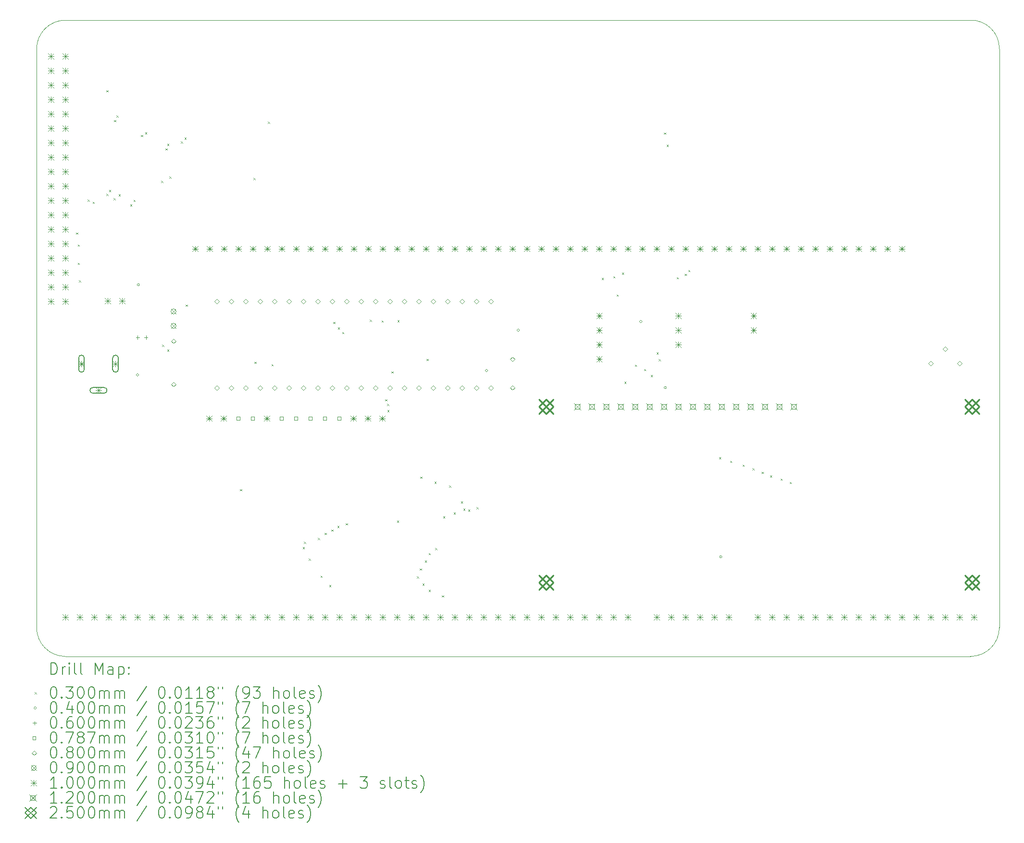
<source format=gbr>
%TF.GenerationSoftware,KiCad,Pcbnew,(6.0.11-0)*%
%TF.CreationDate,2023-06-10T21:55:55+02:00*%
%TF.ProjectId,6502_computer,36353032-5f63-46f6-9d70-757465722e6b,REV*%
%TF.SameCoordinates,Original*%
%TF.FileFunction,Drillmap*%
%TF.FilePolarity,Positive*%
%FSLAX45Y45*%
G04 Gerber Fmt 4.5, Leading zero omitted, Abs format (unit mm)*
G04 Created by KiCad (PCBNEW (6.0.11-0)) date 2023-06-10 21:55:55*
%MOMM*%
%LPD*%
G01*
G04 APERTURE LIST*
%ADD10C,0.100000*%
%ADD11C,0.200000*%
%ADD12C,0.030000*%
%ADD13C,0.040000*%
%ADD14C,0.060000*%
%ADD15C,0.078740*%
%ADD16C,0.080000*%
%ADD17C,0.090000*%
%ADD18C,0.120000*%
%ADD19C,0.250000*%
G04 APERTURE END LIST*
D10*
X23050500Y-15652400D02*
X7112000Y-15652400D01*
X6604000Y-15144400D02*
X6604000Y-4953000D01*
X23558500Y-4953000D02*
G75*
G03*
X23050500Y-4445000I-497150J10850D01*
G01*
X6604000Y-15144400D02*
G75*
G03*
X7112000Y-15652400I508000J0D01*
G01*
X7112000Y-4445000D02*
G75*
G03*
X6604000Y-4953000I0J-508000D01*
G01*
X23050500Y-15652400D02*
G75*
G03*
X23558500Y-15144400I0J508000D01*
G01*
X7112000Y-4445000D02*
X23050500Y-4445000D01*
X23558500Y-4953000D02*
X23558500Y-15144400D01*
D11*
D12*
X7301070Y-8184760D02*
X7331070Y-8214760D01*
X7331070Y-8184760D02*
X7301070Y-8214760D01*
X7327190Y-8717830D02*
X7357190Y-8747830D01*
X7357190Y-8717830D02*
X7327190Y-8747830D01*
X7327820Y-8395460D02*
X7357820Y-8425460D01*
X7357820Y-8395460D02*
X7327820Y-8425460D01*
X7351000Y-9027400D02*
X7381000Y-9057400D01*
X7381000Y-9027400D02*
X7351000Y-9057400D01*
X7503400Y-7605000D02*
X7533400Y-7635000D01*
X7533400Y-7605000D02*
X7503400Y-7635000D01*
X7592300Y-7643100D02*
X7622300Y-7673100D01*
X7622300Y-7643100D02*
X7592300Y-7673100D01*
X7833600Y-7503400D02*
X7863600Y-7533400D01*
X7863600Y-7503400D02*
X7833600Y-7533400D01*
X7834610Y-5679730D02*
X7864610Y-5709730D01*
X7864610Y-5679730D02*
X7834610Y-5709730D01*
X7880090Y-7436790D02*
X7910090Y-7466790D01*
X7910090Y-7436790D02*
X7880090Y-7466790D01*
X7960600Y-7579600D02*
X7990600Y-7609600D01*
X7990600Y-7579600D02*
X7960600Y-7609600D01*
X7968220Y-6202920D02*
X7998220Y-6232920D01*
X7998220Y-6202920D02*
X7968220Y-6232920D01*
X8012420Y-6125410D02*
X8042420Y-6155410D01*
X8042420Y-6125410D02*
X8012420Y-6155410D01*
X8050130Y-7510100D02*
X8080130Y-7540100D01*
X8080130Y-7510100D02*
X8050130Y-7540100D01*
X8251210Y-7689050D02*
X8281210Y-7719050D01*
X8281210Y-7689050D02*
X8251210Y-7719050D01*
X8309500Y-7608940D02*
X8339500Y-7638940D01*
X8339500Y-7608940D02*
X8309500Y-7638940D01*
X8443200Y-6464540D02*
X8473200Y-6494540D01*
X8473200Y-6464540D02*
X8443200Y-6494540D01*
X8515420Y-6417910D02*
X8545420Y-6447910D01*
X8545420Y-6417910D02*
X8515420Y-6447910D01*
X8798800Y-7274800D02*
X8828800Y-7304800D01*
X8828800Y-7274800D02*
X8798800Y-7304800D01*
X8813310Y-10163600D02*
X8843310Y-10193600D01*
X8843310Y-10163600D02*
X8813310Y-10193600D01*
X8872460Y-6704110D02*
X8902460Y-6734110D01*
X8902460Y-6704110D02*
X8872460Y-6734110D01*
X8902940Y-10247700D02*
X8932940Y-10277700D01*
X8932940Y-10247700D02*
X8902940Y-10277700D01*
X8903610Y-6624380D02*
X8933610Y-6654380D01*
X8933610Y-6624380D02*
X8903610Y-6654380D01*
X8940250Y-7200470D02*
X8970250Y-7230470D01*
X8970250Y-7200470D02*
X8940250Y-7230470D01*
X9144240Y-6581380D02*
X9174240Y-6611380D01*
X9174240Y-6581380D02*
X9144240Y-6611380D01*
X9207740Y-6511070D02*
X9237740Y-6541070D01*
X9237740Y-6511070D02*
X9207740Y-6541070D01*
X9230600Y-9454120D02*
X9260600Y-9484120D01*
X9260600Y-9454120D02*
X9230600Y-9484120D01*
X10185600Y-12707900D02*
X10215600Y-12737900D01*
X10215600Y-12707900D02*
X10185600Y-12737900D01*
X10424400Y-7224000D02*
X10454400Y-7254000D01*
X10454400Y-7224000D02*
X10424400Y-7254000D01*
X10440700Y-10461600D02*
X10470700Y-10491600D01*
X10470700Y-10461600D02*
X10440700Y-10491600D01*
X10678400Y-6233400D02*
X10708400Y-6263400D01*
X10708400Y-6233400D02*
X10678400Y-6263400D01*
X10739400Y-10503100D02*
X10769400Y-10533100D01*
X10769400Y-10503100D02*
X10739400Y-10533100D01*
X11292200Y-13726700D02*
X11322200Y-13756700D01*
X11322200Y-13726700D02*
X11292200Y-13756700D01*
X11310900Y-13635000D02*
X11340900Y-13665000D01*
X11340900Y-13635000D02*
X11310900Y-13665000D01*
X11399000Y-13930600D02*
X11429000Y-13960600D01*
X11429000Y-13930600D02*
X11399000Y-13960600D01*
X11559900Y-13565200D02*
X11589900Y-13595200D01*
X11589900Y-13565200D02*
X11559900Y-13595200D01*
X11605500Y-14229300D02*
X11635500Y-14259300D01*
X11635500Y-14229300D02*
X11605500Y-14259300D01*
X11676600Y-13477500D02*
X11706600Y-13507500D01*
X11706600Y-13477500D02*
X11676600Y-13507500D01*
X11755400Y-14397000D02*
X11785400Y-14427000D01*
X11785400Y-14397000D02*
X11755400Y-14427000D01*
X11793500Y-13419100D02*
X11823500Y-13449100D01*
X11823500Y-13419100D02*
X11793500Y-13449100D01*
X11828000Y-9758870D02*
X11858000Y-9788870D01*
X11858000Y-9758870D02*
X11828000Y-9788870D01*
X11902700Y-13355600D02*
X11932700Y-13385600D01*
X11932700Y-13355600D02*
X11902700Y-13385600D01*
X11909000Y-9858020D02*
X11939000Y-9888020D01*
X11939000Y-9858020D02*
X11909000Y-9888020D01*
X11984900Y-9936510D02*
X12014900Y-9966510D01*
X12014900Y-9936510D02*
X11984900Y-9966510D01*
X12046900Y-13306200D02*
X12076900Y-13336200D01*
X12076900Y-13306200D02*
X12046900Y-13336200D01*
X12473600Y-9720320D02*
X12503600Y-9750320D01*
X12503600Y-9720320D02*
X12473600Y-9750320D01*
X12679300Y-9735380D02*
X12709300Y-9765380D01*
X12709300Y-9735380D02*
X12679300Y-9765380D01*
X12742100Y-11123400D02*
X12772100Y-11153400D01*
X12772100Y-11123400D02*
X12742100Y-11153400D01*
X12776600Y-11204400D02*
X12806600Y-11234400D01*
X12806600Y-11204400D02*
X12776600Y-11234400D01*
X12782300Y-11312400D02*
X12812300Y-11342400D01*
X12812300Y-11312400D02*
X12782300Y-11342400D01*
X12853900Y-10633600D02*
X12883900Y-10663600D01*
X12883900Y-10633600D02*
X12853900Y-10663600D01*
X12951700Y-13261600D02*
X12981700Y-13291600D01*
X12981700Y-13261600D02*
X12951700Y-13291600D01*
X12957400Y-9731710D02*
X12987400Y-9761710D01*
X12987400Y-9731710D02*
X12957400Y-9761710D01*
X13302200Y-14244600D02*
X13332200Y-14274600D01*
X13332200Y-14244600D02*
X13302200Y-14274600D01*
X13353000Y-14102300D02*
X13383000Y-14132300D01*
X13383000Y-14102300D02*
X13353000Y-14132300D01*
X13360600Y-12486900D02*
X13390600Y-12516900D01*
X13390600Y-12486900D02*
X13360600Y-12516900D01*
X13398700Y-14369000D02*
X13428700Y-14399000D01*
X13428700Y-14369000D02*
X13398700Y-14399000D01*
X13441300Y-13962000D02*
X13471300Y-13992000D01*
X13471300Y-13962000D02*
X13441300Y-13992000D01*
X13469600Y-10413100D02*
X13499600Y-10443100D01*
X13499600Y-10413100D02*
X13469600Y-10443100D01*
X13509500Y-14480600D02*
X13539500Y-14510600D01*
X13539500Y-14480600D02*
X13509500Y-14510600D01*
X13510500Y-13830500D02*
X13540500Y-13860500D01*
X13540500Y-13830500D02*
X13510500Y-13860500D01*
X13609600Y-12573200D02*
X13639600Y-12603200D01*
X13639600Y-12573200D02*
X13609600Y-12603200D01*
X13622300Y-13741600D02*
X13652300Y-13771600D01*
X13652300Y-13741600D02*
X13622300Y-13771600D01*
X13741600Y-14578800D02*
X13771600Y-14608800D01*
X13771600Y-14578800D02*
X13741600Y-14608800D01*
X13761800Y-13184500D02*
X13791800Y-13214500D01*
X13791800Y-13184500D02*
X13761800Y-13214500D01*
X13871600Y-12644800D02*
X13901600Y-12674800D01*
X13901600Y-12644800D02*
X13871600Y-12674800D01*
X13950000Y-13117800D02*
X13980000Y-13147800D01*
X13980000Y-13117800D02*
X13950000Y-13147800D01*
X14078400Y-12921300D02*
X14108400Y-12951300D01*
X14108400Y-12921300D02*
X14078400Y-12951300D01*
X14120400Y-13051200D02*
X14150400Y-13081200D01*
X14150400Y-13051200D02*
X14120400Y-13081200D01*
X14205400Y-13066400D02*
X14235400Y-13096400D01*
X14235400Y-13066400D02*
X14205400Y-13096400D01*
X14352100Y-13024900D02*
X14382100Y-13054900D01*
X14382100Y-13024900D02*
X14352100Y-13054900D01*
X16556000Y-8986760D02*
X16586000Y-9016760D01*
X16586000Y-8986760D02*
X16556000Y-9016760D01*
X16761700Y-8953740D02*
X16791700Y-8983740D01*
X16791700Y-8953740D02*
X16761700Y-8983740D01*
X16820100Y-9278860D02*
X16850100Y-9308860D01*
X16850100Y-9278860D02*
X16820100Y-9308860D01*
X16914100Y-8890240D02*
X16944100Y-8920240D01*
X16944100Y-8890240D02*
X16914100Y-8920240D01*
X16954700Y-10815600D02*
X16984700Y-10845600D01*
X16984700Y-10815600D02*
X16954700Y-10845600D01*
X17142400Y-10512000D02*
X17172400Y-10542000D01*
X17172400Y-10512000D02*
X17142400Y-10542000D01*
X17303100Y-10588400D02*
X17333100Y-10618400D01*
X17333100Y-10588400D02*
X17303100Y-10618400D01*
X17422800Y-10694100D02*
X17452800Y-10724100D01*
X17452800Y-10694100D02*
X17422800Y-10724100D01*
X17524300Y-10298100D02*
X17554300Y-10328100D01*
X17554300Y-10298100D02*
X17524300Y-10328100D01*
X17559400Y-10414300D02*
X17589400Y-10444300D01*
X17589400Y-10414300D02*
X17559400Y-10444300D01*
X17654100Y-6422170D02*
X17684100Y-6452170D01*
X17684100Y-6422170D02*
X17654100Y-6452170D01*
X17701400Y-6638510D02*
X17731400Y-6668510D01*
X17731400Y-6638510D02*
X17701400Y-6668510D01*
X17879300Y-8971520D02*
X17909300Y-9001520D01*
X17909300Y-8971520D02*
X17879300Y-9001520D01*
X18017200Y-8914320D02*
X18047200Y-8944320D01*
X18047200Y-8914320D02*
X18017200Y-8944320D01*
X18081565Y-8843431D02*
X18111565Y-8873431D01*
X18111565Y-8843431D02*
X18081565Y-8873431D01*
X18623500Y-12142500D02*
X18653500Y-12172500D01*
X18653500Y-12142500D02*
X18623500Y-12172500D01*
X18818700Y-12205200D02*
X18848700Y-12235200D01*
X18848700Y-12205200D02*
X18818700Y-12235200D01*
X19036600Y-12274500D02*
X19066600Y-12304500D01*
X19066600Y-12274500D02*
X19036600Y-12304500D01*
X19211200Y-12340000D02*
X19241200Y-12370000D01*
X19241200Y-12340000D02*
X19211200Y-12370000D01*
X19372000Y-12402600D02*
X19402000Y-12432600D01*
X19402000Y-12402600D02*
X19372000Y-12432600D01*
X19522200Y-12463700D02*
X19552200Y-12493700D01*
X19552200Y-12463700D02*
X19522200Y-12493700D01*
X19706200Y-12519300D02*
X19736200Y-12549300D01*
X19736200Y-12519300D02*
X19706200Y-12549300D01*
X19868100Y-12580900D02*
X19898100Y-12610900D01*
X19898100Y-12580900D02*
X19868100Y-12610900D01*
D13*
X8402000Y-10693400D02*
G75*
G03*
X8402000Y-10693400I-20000J0D01*
G01*
X8414700Y-9105900D02*
G75*
G03*
X8414700Y-9105900I-20000J0D01*
G01*
X14548800Y-10617200D02*
G75*
G03*
X14548800Y-10617200I-20000J0D01*
G01*
X15107600Y-9906000D02*
G75*
G03*
X15107600Y-9906000I-20000J0D01*
G01*
X17266600Y-9753600D02*
G75*
G03*
X17266600Y-9753600I-20000J0D01*
G01*
X17693700Y-10917200D02*
G75*
G03*
X17693700Y-10917200I-20000J0D01*
G01*
X18674100Y-13896600D02*
G75*
G03*
X18674100Y-13896600I-20000J0D01*
G01*
D14*
X8382000Y-10003000D02*
X8382000Y-10063000D01*
X8352000Y-10033000D02*
X8412000Y-10033000D01*
X8532000Y-10003000D02*
X8532000Y-10063000D01*
X8502000Y-10033000D02*
X8562000Y-10033000D01*
D15*
X10180928Y-11488078D02*
X10180928Y-11432400D01*
X10125250Y-11432400D01*
X10125250Y-11488078D01*
X10180928Y-11488078D01*
X10434928Y-11488078D02*
X10434928Y-11432400D01*
X10379250Y-11432400D01*
X10379250Y-11488078D01*
X10434928Y-11488078D01*
X10942928Y-11488078D02*
X10942928Y-11432400D01*
X10887250Y-11432400D01*
X10887250Y-11488078D01*
X10942928Y-11488078D01*
X11196928Y-11488078D02*
X11196928Y-11432400D01*
X11141250Y-11432400D01*
X11141250Y-11488078D01*
X11196928Y-11488078D01*
X11450928Y-11488078D02*
X11450928Y-11432400D01*
X11395250Y-11432400D01*
X11395250Y-11488078D01*
X11450928Y-11488078D01*
X11704928Y-11488078D02*
X11704928Y-11432400D01*
X11649250Y-11432400D01*
X11649250Y-11488078D01*
X11704928Y-11488078D01*
X11958928Y-11488078D02*
X11958928Y-11432400D01*
X11903250Y-11432400D01*
X11903250Y-11488078D01*
X11958928Y-11488078D01*
D16*
X9017000Y-10136500D02*
X9057000Y-10096500D01*
X9017000Y-10056500D01*
X8977000Y-10096500D01*
X9017000Y-10136500D01*
X9017000Y-10898500D02*
X9057000Y-10858500D01*
X9017000Y-10818500D01*
X8977000Y-10858500D01*
X9017000Y-10898500D01*
X9779000Y-9438000D02*
X9819000Y-9398000D01*
X9779000Y-9358000D01*
X9739000Y-9398000D01*
X9779000Y-9438000D01*
X9779000Y-10962000D02*
X9819000Y-10922000D01*
X9779000Y-10882000D01*
X9739000Y-10922000D01*
X9779000Y-10962000D01*
X10033000Y-9438000D02*
X10073000Y-9398000D01*
X10033000Y-9358000D01*
X9993000Y-9398000D01*
X10033000Y-9438000D01*
X10033000Y-10962000D02*
X10073000Y-10922000D01*
X10033000Y-10882000D01*
X9993000Y-10922000D01*
X10033000Y-10962000D01*
X10287000Y-9438000D02*
X10327000Y-9398000D01*
X10287000Y-9358000D01*
X10247000Y-9398000D01*
X10287000Y-9438000D01*
X10287000Y-10962000D02*
X10327000Y-10922000D01*
X10287000Y-10882000D01*
X10247000Y-10922000D01*
X10287000Y-10962000D01*
X10541000Y-9438000D02*
X10581000Y-9398000D01*
X10541000Y-9358000D01*
X10501000Y-9398000D01*
X10541000Y-9438000D01*
X10541000Y-10962000D02*
X10581000Y-10922000D01*
X10541000Y-10882000D01*
X10501000Y-10922000D01*
X10541000Y-10962000D01*
X10795000Y-9438000D02*
X10835000Y-9398000D01*
X10795000Y-9358000D01*
X10755000Y-9398000D01*
X10795000Y-9438000D01*
X10795000Y-10962000D02*
X10835000Y-10922000D01*
X10795000Y-10882000D01*
X10755000Y-10922000D01*
X10795000Y-10962000D01*
X11049000Y-9438000D02*
X11089000Y-9398000D01*
X11049000Y-9358000D01*
X11009000Y-9398000D01*
X11049000Y-9438000D01*
X11049000Y-10962000D02*
X11089000Y-10922000D01*
X11049000Y-10882000D01*
X11009000Y-10922000D01*
X11049000Y-10962000D01*
X11303000Y-9438000D02*
X11343000Y-9398000D01*
X11303000Y-9358000D01*
X11263000Y-9398000D01*
X11303000Y-9438000D01*
X11303000Y-10962000D02*
X11343000Y-10922000D01*
X11303000Y-10882000D01*
X11263000Y-10922000D01*
X11303000Y-10962000D01*
X11557000Y-9438000D02*
X11597000Y-9398000D01*
X11557000Y-9358000D01*
X11517000Y-9398000D01*
X11557000Y-9438000D01*
X11557000Y-10962000D02*
X11597000Y-10922000D01*
X11557000Y-10882000D01*
X11517000Y-10922000D01*
X11557000Y-10962000D01*
X11811000Y-9438000D02*
X11851000Y-9398000D01*
X11811000Y-9358000D01*
X11771000Y-9398000D01*
X11811000Y-9438000D01*
X11811000Y-10962000D02*
X11851000Y-10922000D01*
X11811000Y-10882000D01*
X11771000Y-10922000D01*
X11811000Y-10962000D01*
X12065000Y-9438000D02*
X12105000Y-9398000D01*
X12065000Y-9358000D01*
X12025000Y-9398000D01*
X12065000Y-9438000D01*
X12065000Y-10962000D02*
X12105000Y-10922000D01*
X12065000Y-10882000D01*
X12025000Y-10922000D01*
X12065000Y-10962000D01*
X12319000Y-9438000D02*
X12359000Y-9398000D01*
X12319000Y-9358000D01*
X12279000Y-9398000D01*
X12319000Y-9438000D01*
X12319000Y-10962000D02*
X12359000Y-10922000D01*
X12319000Y-10882000D01*
X12279000Y-10922000D01*
X12319000Y-10962000D01*
X12573000Y-9438000D02*
X12613000Y-9398000D01*
X12573000Y-9358000D01*
X12533000Y-9398000D01*
X12573000Y-9438000D01*
X12573000Y-10962000D02*
X12613000Y-10922000D01*
X12573000Y-10882000D01*
X12533000Y-10922000D01*
X12573000Y-10962000D01*
X12827000Y-9438000D02*
X12867000Y-9398000D01*
X12827000Y-9358000D01*
X12787000Y-9398000D01*
X12827000Y-9438000D01*
X12827000Y-10962000D02*
X12867000Y-10922000D01*
X12827000Y-10882000D01*
X12787000Y-10922000D01*
X12827000Y-10962000D01*
X13081000Y-9438000D02*
X13121000Y-9398000D01*
X13081000Y-9358000D01*
X13041000Y-9398000D01*
X13081000Y-9438000D01*
X13081000Y-10962000D02*
X13121000Y-10922000D01*
X13081000Y-10882000D01*
X13041000Y-10922000D01*
X13081000Y-10962000D01*
X13335000Y-9438000D02*
X13375000Y-9398000D01*
X13335000Y-9358000D01*
X13295000Y-9398000D01*
X13335000Y-9438000D01*
X13335000Y-10962000D02*
X13375000Y-10922000D01*
X13335000Y-10882000D01*
X13295000Y-10922000D01*
X13335000Y-10962000D01*
X13589000Y-9438000D02*
X13629000Y-9398000D01*
X13589000Y-9358000D01*
X13549000Y-9398000D01*
X13589000Y-9438000D01*
X13589000Y-10962000D02*
X13629000Y-10922000D01*
X13589000Y-10882000D01*
X13549000Y-10922000D01*
X13589000Y-10962000D01*
X13843000Y-9438000D02*
X13883000Y-9398000D01*
X13843000Y-9358000D01*
X13803000Y-9398000D01*
X13843000Y-9438000D01*
X13843000Y-10962000D02*
X13883000Y-10922000D01*
X13843000Y-10882000D01*
X13803000Y-10922000D01*
X13843000Y-10962000D01*
X14097000Y-9438000D02*
X14137000Y-9398000D01*
X14097000Y-9358000D01*
X14057000Y-9398000D01*
X14097000Y-9438000D01*
X14097000Y-10962000D02*
X14137000Y-10922000D01*
X14097000Y-10882000D01*
X14057000Y-10922000D01*
X14097000Y-10962000D01*
X14351000Y-9438000D02*
X14391000Y-9398000D01*
X14351000Y-9358000D01*
X14311000Y-9398000D01*
X14351000Y-9438000D01*
X14351000Y-10962000D02*
X14391000Y-10922000D01*
X14351000Y-10882000D01*
X14311000Y-10922000D01*
X14351000Y-10962000D01*
X14605000Y-9438000D02*
X14645000Y-9398000D01*
X14605000Y-9358000D01*
X14565000Y-9398000D01*
X14605000Y-9438000D01*
X14605000Y-10962000D02*
X14645000Y-10922000D01*
X14605000Y-10882000D01*
X14565000Y-10922000D01*
X14605000Y-10962000D01*
X14986000Y-10458000D02*
X15026000Y-10418000D01*
X14986000Y-10378000D01*
X14946000Y-10418000D01*
X14986000Y-10458000D01*
X14986000Y-10958000D02*
X15026000Y-10918000D01*
X14986000Y-10878000D01*
X14946000Y-10918000D01*
X14986000Y-10958000D01*
X22352000Y-10530200D02*
X22392000Y-10490200D01*
X22352000Y-10450200D01*
X22312000Y-10490200D01*
X22352000Y-10530200D01*
X22606000Y-10276200D02*
X22646000Y-10236200D01*
X22606000Y-10196200D01*
X22566000Y-10236200D01*
X22606000Y-10276200D01*
X22860000Y-10530200D02*
X22900000Y-10490200D01*
X22860000Y-10450200D01*
X22820000Y-10490200D01*
X22860000Y-10530200D01*
D17*
X8970800Y-9530800D02*
X9060800Y-9620800D01*
X9060800Y-9530800D02*
X8970800Y-9620800D01*
X9060800Y-9575800D02*
G75*
G03*
X9060800Y-9575800I-45000J0D01*
G01*
X8970800Y-9784800D02*
X9060800Y-9874800D01*
X9060800Y-9784800D02*
X8970800Y-9874800D01*
X9060800Y-9829800D02*
G75*
G03*
X9060800Y-9829800I-45000J0D01*
G01*
D10*
X6808000Y-5030000D02*
X6908000Y-5130000D01*
X6908000Y-5030000D02*
X6808000Y-5130000D01*
X6858000Y-5030000D02*
X6858000Y-5130000D01*
X6808000Y-5080000D02*
X6908000Y-5080000D01*
X6808000Y-5284000D02*
X6908000Y-5384000D01*
X6908000Y-5284000D02*
X6808000Y-5384000D01*
X6858000Y-5284000D02*
X6858000Y-5384000D01*
X6808000Y-5334000D02*
X6908000Y-5334000D01*
X6808000Y-5538000D02*
X6908000Y-5638000D01*
X6908000Y-5538000D02*
X6808000Y-5638000D01*
X6858000Y-5538000D02*
X6858000Y-5638000D01*
X6808000Y-5588000D02*
X6908000Y-5588000D01*
X6808000Y-5792000D02*
X6908000Y-5892000D01*
X6908000Y-5792000D02*
X6808000Y-5892000D01*
X6858000Y-5792000D02*
X6858000Y-5892000D01*
X6808000Y-5842000D02*
X6908000Y-5842000D01*
X6808000Y-6046000D02*
X6908000Y-6146000D01*
X6908000Y-6046000D02*
X6808000Y-6146000D01*
X6858000Y-6046000D02*
X6858000Y-6146000D01*
X6808000Y-6096000D02*
X6908000Y-6096000D01*
X6808000Y-6300000D02*
X6908000Y-6400000D01*
X6908000Y-6300000D02*
X6808000Y-6400000D01*
X6858000Y-6300000D02*
X6858000Y-6400000D01*
X6808000Y-6350000D02*
X6908000Y-6350000D01*
X6808000Y-6554000D02*
X6908000Y-6654000D01*
X6908000Y-6554000D02*
X6808000Y-6654000D01*
X6858000Y-6554000D02*
X6858000Y-6654000D01*
X6808000Y-6604000D02*
X6908000Y-6604000D01*
X6808000Y-6808000D02*
X6908000Y-6908000D01*
X6908000Y-6808000D02*
X6808000Y-6908000D01*
X6858000Y-6808000D02*
X6858000Y-6908000D01*
X6808000Y-6858000D02*
X6908000Y-6858000D01*
X6808000Y-7062000D02*
X6908000Y-7162000D01*
X6908000Y-7062000D02*
X6808000Y-7162000D01*
X6858000Y-7062000D02*
X6858000Y-7162000D01*
X6808000Y-7112000D02*
X6908000Y-7112000D01*
X6808000Y-7316000D02*
X6908000Y-7416000D01*
X6908000Y-7316000D02*
X6808000Y-7416000D01*
X6858000Y-7316000D02*
X6858000Y-7416000D01*
X6808000Y-7366000D02*
X6908000Y-7366000D01*
X6808000Y-7570000D02*
X6908000Y-7670000D01*
X6908000Y-7570000D02*
X6808000Y-7670000D01*
X6858000Y-7570000D02*
X6858000Y-7670000D01*
X6808000Y-7620000D02*
X6908000Y-7620000D01*
X6808000Y-7824000D02*
X6908000Y-7924000D01*
X6908000Y-7824000D02*
X6808000Y-7924000D01*
X6858000Y-7824000D02*
X6858000Y-7924000D01*
X6808000Y-7874000D02*
X6908000Y-7874000D01*
X6808000Y-8078000D02*
X6908000Y-8178000D01*
X6908000Y-8078000D02*
X6808000Y-8178000D01*
X6858000Y-8078000D02*
X6858000Y-8178000D01*
X6808000Y-8128000D02*
X6908000Y-8128000D01*
X6808000Y-8332000D02*
X6908000Y-8432000D01*
X6908000Y-8332000D02*
X6808000Y-8432000D01*
X6858000Y-8332000D02*
X6858000Y-8432000D01*
X6808000Y-8382000D02*
X6908000Y-8382000D01*
X6808000Y-8586000D02*
X6908000Y-8686000D01*
X6908000Y-8586000D02*
X6808000Y-8686000D01*
X6858000Y-8586000D02*
X6858000Y-8686000D01*
X6808000Y-8636000D02*
X6908000Y-8636000D01*
X6808000Y-8840000D02*
X6908000Y-8940000D01*
X6908000Y-8840000D02*
X6808000Y-8940000D01*
X6858000Y-8840000D02*
X6858000Y-8940000D01*
X6808000Y-8890000D02*
X6908000Y-8890000D01*
X6808000Y-9094000D02*
X6908000Y-9194000D01*
X6908000Y-9094000D02*
X6808000Y-9194000D01*
X6858000Y-9094000D02*
X6858000Y-9194000D01*
X6808000Y-9144000D02*
X6908000Y-9144000D01*
X6808000Y-9348000D02*
X6908000Y-9448000D01*
X6908000Y-9348000D02*
X6808000Y-9448000D01*
X6858000Y-9348000D02*
X6858000Y-9448000D01*
X6808000Y-9398000D02*
X6908000Y-9398000D01*
X7062000Y-5030000D02*
X7162000Y-5130000D01*
X7162000Y-5030000D02*
X7062000Y-5130000D01*
X7112000Y-5030000D02*
X7112000Y-5130000D01*
X7062000Y-5080000D02*
X7162000Y-5080000D01*
X7062000Y-5284000D02*
X7162000Y-5384000D01*
X7162000Y-5284000D02*
X7062000Y-5384000D01*
X7112000Y-5284000D02*
X7112000Y-5384000D01*
X7062000Y-5334000D02*
X7162000Y-5334000D01*
X7062000Y-5538000D02*
X7162000Y-5638000D01*
X7162000Y-5538000D02*
X7062000Y-5638000D01*
X7112000Y-5538000D02*
X7112000Y-5638000D01*
X7062000Y-5588000D02*
X7162000Y-5588000D01*
X7062000Y-5792000D02*
X7162000Y-5892000D01*
X7162000Y-5792000D02*
X7062000Y-5892000D01*
X7112000Y-5792000D02*
X7112000Y-5892000D01*
X7062000Y-5842000D02*
X7162000Y-5842000D01*
X7062000Y-6046000D02*
X7162000Y-6146000D01*
X7162000Y-6046000D02*
X7062000Y-6146000D01*
X7112000Y-6046000D02*
X7112000Y-6146000D01*
X7062000Y-6096000D02*
X7162000Y-6096000D01*
X7062000Y-6300000D02*
X7162000Y-6400000D01*
X7162000Y-6300000D02*
X7062000Y-6400000D01*
X7112000Y-6300000D02*
X7112000Y-6400000D01*
X7062000Y-6350000D02*
X7162000Y-6350000D01*
X7062000Y-6554000D02*
X7162000Y-6654000D01*
X7162000Y-6554000D02*
X7062000Y-6654000D01*
X7112000Y-6554000D02*
X7112000Y-6654000D01*
X7062000Y-6604000D02*
X7162000Y-6604000D01*
X7062000Y-6808000D02*
X7162000Y-6908000D01*
X7162000Y-6808000D02*
X7062000Y-6908000D01*
X7112000Y-6808000D02*
X7112000Y-6908000D01*
X7062000Y-6858000D02*
X7162000Y-6858000D01*
X7062000Y-7062000D02*
X7162000Y-7162000D01*
X7162000Y-7062000D02*
X7062000Y-7162000D01*
X7112000Y-7062000D02*
X7112000Y-7162000D01*
X7062000Y-7112000D02*
X7162000Y-7112000D01*
X7062000Y-7316000D02*
X7162000Y-7416000D01*
X7162000Y-7316000D02*
X7062000Y-7416000D01*
X7112000Y-7316000D02*
X7112000Y-7416000D01*
X7062000Y-7366000D02*
X7162000Y-7366000D01*
X7062000Y-7570000D02*
X7162000Y-7670000D01*
X7162000Y-7570000D02*
X7062000Y-7670000D01*
X7112000Y-7570000D02*
X7112000Y-7670000D01*
X7062000Y-7620000D02*
X7162000Y-7620000D01*
X7062000Y-7824000D02*
X7162000Y-7924000D01*
X7162000Y-7824000D02*
X7062000Y-7924000D01*
X7112000Y-7824000D02*
X7112000Y-7924000D01*
X7062000Y-7874000D02*
X7162000Y-7874000D01*
X7062000Y-8078000D02*
X7162000Y-8178000D01*
X7162000Y-8078000D02*
X7062000Y-8178000D01*
X7112000Y-8078000D02*
X7112000Y-8178000D01*
X7062000Y-8128000D02*
X7162000Y-8128000D01*
X7062000Y-8332000D02*
X7162000Y-8432000D01*
X7162000Y-8332000D02*
X7062000Y-8432000D01*
X7112000Y-8332000D02*
X7112000Y-8432000D01*
X7062000Y-8382000D02*
X7162000Y-8382000D01*
X7062000Y-8586000D02*
X7162000Y-8686000D01*
X7162000Y-8586000D02*
X7062000Y-8686000D01*
X7112000Y-8586000D02*
X7112000Y-8686000D01*
X7062000Y-8636000D02*
X7162000Y-8636000D01*
X7062000Y-8840000D02*
X7162000Y-8940000D01*
X7162000Y-8840000D02*
X7062000Y-8940000D01*
X7112000Y-8840000D02*
X7112000Y-8940000D01*
X7062000Y-8890000D02*
X7162000Y-8890000D01*
X7062000Y-9094000D02*
X7162000Y-9194000D01*
X7162000Y-9094000D02*
X7062000Y-9194000D01*
X7112000Y-9094000D02*
X7112000Y-9194000D01*
X7062000Y-9144000D02*
X7162000Y-9144000D01*
X7062000Y-9348000D02*
X7162000Y-9448000D01*
X7162000Y-9348000D02*
X7062000Y-9448000D01*
X7112000Y-9348000D02*
X7112000Y-9448000D01*
X7062000Y-9398000D02*
X7162000Y-9398000D01*
X7062000Y-14910600D02*
X7162000Y-15010600D01*
X7162000Y-14910600D02*
X7062000Y-15010600D01*
X7112000Y-14910600D02*
X7112000Y-15010600D01*
X7062000Y-14960600D02*
X7162000Y-14960600D01*
X7316000Y-14910600D02*
X7416000Y-15010600D01*
X7416000Y-14910600D02*
X7316000Y-15010600D01*
X7366000Y-14910600D02*
X7366000Y-15010600D01*
X7316000Y-14960600D02*
X7416000Y-14960600D01*
X7343940Y-10446050D02*
X7443940Y-10546050D01*
X7443940Y-10446050D02*
X7343940Y-10546050D01*
X7393940Y-10446050D02*
X7393940Y-10546050D01*
X7343940Y-10496050D02*
X7443940Y-10496050D01*
D11*
X7343940Y-10396050D02*
X7343940Y-10596050D01*
X7443940Y-10396050D02*
X7443940Y-10596050D01*
X7343940Y-10596050D02*
G75*
G03*
X7443940Y-10596050I50000J0D01*
G01*
X7443940Y-10396050D02*
G75*
G03*
X7343940Y-10396050I-50000J0D01*
G01*
D10*
X7570000Y-14910600D02*
X7670000Y-15010600D01*
X7670000Y-14910600D02*
X7570000Y-15010600D01*
X7620000Y-14910600D02*
X7620000Y-15010600D01*
X7570000Y-14960600D02*
X7670000Y-14960600D01*
X7643940Y-10916050D02*
X7743940Y-11016050D01*
X7743940Y-10916050D02*
X7643940Y-11016050D01*
X7693940Y-10916050D02*
X7693940Y-11016050D01*
X7643940Y-10966050D02*
X7743940Y-10966050D01*
D11*
X7593940Y-11016050D02*
X7793940Y-11016050D01*
X7593940Y-10916050D02*
X7793940Y-10916050D01*
X7793940Y-11016050D02*
G75*
G03*
X7793940Y-10916050I0J50000D01*
G01*
X7593940Y-10916050D02*
G75*
G03*
X7593940Y-11016050I0J-50000D01*
G01*
D10*
X7808600Y-9338000D02*
X7908600Y-9438000D01*
X7908600Y-9338000D02*
X7808600Y-9438000D01*
X7858600Y-9338000D02*
X7858600Y-9438000D01*
X7808600Y-9388000D02*
X7908600Y-9388000D01*
X7824000Y-14910600D02*
X7924000Y-15010600D01*
X7924000Y-14910600D02*
X7824000Y-15010600D01*
X7874000Y-14910600D02*
X7874000Y-15010600D01*
X7824000Y-14960600D02*
X7924000Y-14960600D01*
X7943940Y-10446050D02*
X8043940Y-10546050D01*
X8043940Y-10446050D02*
X7943940Y-10546050D01*
X7993940Y-10446050D02*
X7993940Y-10546050D01*
X7943940Y-10496050D02*
X8043940Y-10496050D01*
D11*
X7943940Y-10396050D02*
X7943940Y-10596050D01*
X8043940Y-10396050D02*
X8043940Y-10596050D01*
X7943940Y-10596050D02*
G75*
G03*
X8043940Y-10596050I50000J0D01*
G01*
X8043940Y-10396050D02*
G75*
G03*
X7943940Y-10396050I-50000J0D01*
G01*
D10*
X8062600Y-9338000D02*
X8162600Y-9438000D01*
X8162600Y-9338000D02*
X8062600Y-9438000D01*
X8112600Y-9338000D02*
X8112600Y-9438000D01*
X8062600Y-9388000D02*
X8162600Y-9388000D01*
X8078000Y-14910600D02*
X8178000Y-15010600D01*
X8178000Y-14910600D02*
X8078000Y-15010600D01*
X8128000Y-14910600D02*
X8128000Y-15010600D01*
X8078000Y-14960600D02*
X8178000Y-14960600D01*
X8332000Y-14910600D02*
X8432000Y-15010600D01*
X8432000Y-14910600D02*
X8332000Y-15010600D01*
X8382000Y-14910600D02*
X8382000Y-15010600D01*
X8332000Y-14960600D02*
X8432000Y-14960600D01*
X8586000Y-14910600D02*
X8686000Y-15010600D01*
X8686000Y-14910600D02*
X8586000Y-15010600D01*
X8636000Y-14910600D02*
X8636000Y-15010600D01*
X8586000Y-14960600D02*
X8686000Y-14960600D01*
X8840000Y-14910600D02*
X8940000Y-15010600D01*
X8940000Y-14910600D02*
X8840000Y-15010600D01*
X8890000Y-14910600D02*
X8890000Y-15010600D01*
X8840000Y-14960600D02*
X8940000Y-14960600D01*
X9094000Y-14910600D02*
X9194000Y-15010600D01*
X9194000Y-14910600D02*
X9094000Y-15010600D01*
X9144000Y-14910600D02*
X9144000Y-15010600D01*
X9094000Y-14960600D02*
X9194000Y-14960600D01*
X9345600Y-8420900D02*
X9445600Y-8520900D01*
X9445600Y-8420900D02*
X9345600Y-8520900D01*
X9395600Y-8420900D02*
X9395600Y-8520900D01*
X9345600Y-8470900D02*
X9445600Y-8470900D01*
X9348000Y-14910600D02*
X9448000Y-15010600D01*
X9448000Y-14910600D02*
X9348000Y-15010600D01*
X9398000Y-14910600D02*
X9398000Y-15010600D01*
X9348000Y-14960600D02*
X9448000Y-14960600D01*
X9595089Y-11410239D02*
X9695089Y-11510239D01*
X9695089Y-11410239D02*
X9595089Y-11510239D01*
X9645089Y-11410239D02*
X9645089Y-11510239D01*
X9595089Y-11460239D02*
X9695089Y-11460239D01*
X9599600Y-8420900D02*
X9699600Y-8520900D01*
X9699600Y-8420900D02*
X9599600Y-8520900D01*
X9649600Y-8420900D02*
X9649600Y-8520900D01*
X9599600Y-8470900D02*
X9699600Y-8470900D01*
X9602000Y-14910600D02*
X9702000Y-15010600D01*
X9702000Y-14910600D02*
X9602000Y-15010600D01*
X9652000Y-14910600D02*
X9652000Y-15010600D01*
X9602000Y-14960600D02*
X9702000Y-14960600D01*
X9849089Y-11410239D02*
X9949089Y-11510239D01*
X9949089Y-11410239D02*
X9849089Y-11510239D01*
X9899089Y-11410239D02*
X9899089Y-11510239D01*
X9849089Y-11460239D02*
X9949089Y-11460239D01*
X9853600Y-8420900D02*
X9953600Y-8520900D01*
X9953600Y-8420900D02*
X9853600Y-8520900D01*
X9903600Y-8420900D02*
X9903600Y-8520900D01*
X9853600Y-8470900D02*
X9953600Y-8470900D01*
X9856000Y-14910600D02*
X9956000Y-15010600D01*
X9956000Y-14910600D02*
X9856000Y-15010600D01*
X9906000Y-14910600D02*
X9906000Y-15010600D01*
X9856000Y-14960600D02*
X9956000Y-14960600D01*
X10107600Y-8420900D02*
X10207600Y-8520900D01*
X10207600Y-8420900D02*
X10107600Y-8520900D01*
X10157600Y-8420900D02*
X10157600Y-8520900D01*
X10107600Y-8470900D02*
X10207600Y-8470900D01*
X10110000Y-14910600D02*
X10210000Y-15010600D01*
X10210000Y-14910600D02*
X10110000Y-15010600D01*
X10160000Y-14910600D02*
X10160000Y-15010600D01*
X10110000Y-14960600D02*
X10210000Y-14960600D01*
X10361600Y-8420900D02*
X10461600Y-8520900D01*
X10461600Y-8420900D02*
X10361600Y-8520900D01*
X10411600Y-8420900D02*
X10411600Y-8520900D01*
X10361600Y-8470900D02*
X10461600Y-8470900D01*
X10364000Y-14910600D02*
X10464000Y-15010600D01*
X10464000Y-14910600D02*
X10364000Y-15010600D01*
X10414000Y-14910600D02*
X10414000Y-15010600D01*
X10364000Y-14960600D02*
X10464000Y-14960600D01*
X10611089Y-11410239D02*
X10711089Y-11510239D01*
X10711089Y-11410239D02*
X10611089Y-11510239D01*
X10661089Y-11410239D02*
X10661089Y-11510239D01*
X10611089Y-11460239D02*
X10711089Y-11460239D01*
X10615600Y-8420900D02*
X10715600Y-8520900D01*
X10715600Y-8420900D02*
X10615600Y-8520900D01*
X10665600Y-8420900D02*
X10665600Y-8520900D01*
X10615600Y-8470900D02*
X10715600Y-8470900D01*
X10618000Y-14910600D02*
X10718000Y-15010600D01*
X10718000Y-14910600D02*
X10618000Y-15010600D01*
X10668000Y-14910600D02*
X10668000Y-15010600D01*
X10618000Y-14960600D02*
X10718000Y-14960600D01*
X10869600Y-8420900D02*
X10969600Y-8520900D01*
X10969600Y-8420900D02*
X10869600Y-8520900D01*
X10919600Y-8420900D02*
X10919600Y-8520900D01*
X10869600Y-8470900D02*
X10969600Y-8470900D01*
X10872000Y-14910600D02*
X10972000Y-15010600D01*
X10972000Y-14910600D02*
X10872000Y-15010600D01*
X10922000Y-14910600D02*
X10922000Y-15010600D01*
X10872000Y-14960600D02*
X10972000Y-14960600D01*
X11123600Y-8420900D02*
X11223600Y-8520900D01*
X11223600Y-8420900D02*
X11123600Y-8520900D01*
X11173600Y-8420900D02*
X11173600Y-8520900D01*
X11123600Y-8470900D02*
X11223600Y-8470900D01*
X11126000Y-14910600D02*
X11226000Y-15010600D01*
X11226000Y-14910600D02*
X11126000Y-15010600D01*
X11176000Y-14910600D02*
X11176000Y-15010600D01*
X11126000Y-14960600D02*
X11226000Y-14960600D01*
X11377600Y-8420900D02*
X11477600Y-8520900D01*
X11477600Y-8420900D02*
X11377600Y-8520900D01*
X11427600Y-8420900D02*
X11427600Y-8520900D01*
X11377600Y-8470900D02*
X11477600Y-8470900D01*
X11380000Y-14910600D02*
X11480000Y-15010600D01*
X11480000Y-14910600D02*
X11380000Y-15010600D01*
X11430000Y-14910600D02*
X11430000Y-15010600D01*
X11380000Y-14960600D02*
X11480000Y-14960600D01*
X11631600Y-8420900D02*
X11731600Y-8520900D01*
X11731600Y-8420900D02*
X11631600Y-8520900D01*
X11681600Y-8420900D02*
X11681600Y-8520900D01*
X11631600Y-8470900D02*
X11731600Y-8470900D01*
X11634000Y-14910600D02*
X11734000Y-15010600D01*
X11734000Y-14910600D02*
X11634000Y-15010600D01*
X11684000Y-14910600D02*
X11684000Y-15010600D01*
X11634000Y-14960600D02*
X11734000Y-14960600D01*
X11885600Y-8420900D02*
X11985600Y-8520900D01*
X11985600Y-8420900D02*
X11885600Y-8520900D01*
X11935600Y-8420900D02*
X11935600Y-8520900D01*
X11885600Y-8470900D02*
X11985600Y-8470900D01*
X11888000Y-14910600D02*
X11988000Y-15010600D01*
X11988000Y-14910600D02*
X11888000Y-15010600D01*
X11938000Y-14910600D02*
X11938000Y-15010600D01*
X11888000Y-14960600D02*
X11988000Y-14960600D01*
X12135089Y-11410239D02*
X12235089Y-11510239D01*
X12235089Y-11410239D02*
X12135089Y-11510239D01*
X12185089Y-11410239D02*
X12185089Y-11510239D01*
X12135089Y-11460239D02*
X12235089Y-11460239D01*
X12139600Y-8420900D02*
X12239600Y-8520900D01*
X12239600Y-8420900D02*
X12139600Y-8520900D01*
X12189600Y-8420900D02*
X12189600Y-8520900D01*
X12139600Y-8470900D02*
X12239600Y-8470900D01*
X12142000Y-14910600D02*
X12242000Y-15010600D01*
X12242000Y-14910600D02*
X12142000Y-15010600D01*
X12192000Y-14910600D02*
X12192000Y-15010600D01*
X12142000Y-14960600D02*
X12242000Y-14960600D01*
X12389089Y-11410239D02*
X12489089Y-11510239D01*
X12489089Y-11410239D02*
X12389089Y-11510239D01*
X12439089Y-11410239D02*
X12439089Y-11510239D01*
X12389089Y-11460239D02*
X12489089Y-11460239D01*
X12393600Y-8420900D02*
X12493600Y-8520900D01*
X12493600Y-8420900D02*
X12393600Y-8520900D01*
X12443600Y-8420900D02*
X12443600Y-8520900D01*
X12393600Y-8470900D02*
X12493600Y-8470900D01*
X12396000Y-14910600D02*
X12496000Y-15010600D01*
X12496000Y-14910600D02*
X12396000Y-15010600D01*
X12446000Y-14910600D02*
X12446000Y-15010600D01*
X12396000Y-14960600D02*
X12496000Y-14960600D01*
X12643089Y-11410239D02*
X12743089Y-11510239D01*
X12743089Y-11410239D02*
X12643089Y-11510239D01*
X12693089Y-11410239D02*
X12693089Y-11510239D01*
X12643089Y-11460239D02*
X12743089Y-11460239D01*
X12647600Y-8420900D02*
X12747600Y-8520900D01*
X12747600Y-8420900D02*
X12647600Y-8520900D01*
X12697600Y-8420900D02*
X12697600Y-8520900D01*
X12647600Y-8470900D02*
X12747600Y-8470900D01*
X12650000Y-14910600D02*
X12750000Y-15010600D01*
X12750000Y-14910600D02*
X12650000Y-15010600D01*
X12700000Y-14910600D02*
X12700000Y-15010600D01*
X12650000Y-14960600D02*
X12750000Y-14960600D01*
X12901600Y-8420900D02*
X13001600Y-8520900D01*
X13001600Y-8420900D02*
X12901600Y-8520900D01*
X12951600Y-8420900D02*
X12951600Y-8520900D01*
X12901600Y-8470900D02*
X13001600Y-8470900D01*
X12904000Y-14910600D02*
X13004000Y-15010600D01*
X13004000Y-14910600D02*
X12904000Y-15010600D01*
X12954000Y-14910600D02*
X12954000Y-15010600D01*
X12904000Y-14960600D02*
X13004000Y-14960600D01*
X13155600Y-8420900D02*
X13255600Y-8520900D01*
X13255600Y-8420900D02*
X13155600Y-8520900D01*
X13205600Y-8420900D02*
X13205600Y-8520900D01*
X13155600Y-8470900D02*
X13255600Y-8470900D01*
X13158000Y-14910600D02*
X13258000Y-15010600D01*
X13258000Y-14910600D02*
X13158000Y-15010600D01*
X13208000Y-14910600D02*
X13208000Y-15010600D01*
X13158000Y-14960600D02*
X13258000Y-14960600D01*
X13409600Y-8420900D02*
X13509600Y-8520900D01*
X13509600Y-8420900D02*
X13409600Y-8520900D01*
X13459600Y-8420900D02*
X13459600Y-8520900D01*
X13409600Y-8470900D02*
X13509600Y-8470900D01*
X13412000Y-14910600D02*
X13512000Y-15010600D01*
X13512000Y-14910600D02*
X13412000Y-15010600D01*
X13462000Y-14910600D02*
X13462000Y-15010600D01*
X13412000Y-14960600D02*
X13512000Y-14960600D01*
X13663600Y-8420900D02*
X13763600Y-8520900D01*
X13763600Y-8420900D02*
X13663600Y-8520900D01*
X13713600Y-8420900D02*
X13713600Y-8520900D01*
X13663600Y-8470900D02*
X13763600Y-8470900D01*
X13666000Y-14910600D02*
X13766000Y-15010600D01*
X13766000Y-14910600D02*
X13666000Y-15010600D01*
X13716000Y-14910600D02*
X13716000Y-15010600D01*
X13666000Y-14960600D02*
X13766000Y-14960600D01*
X13917600Y-8420900D02*
X14017600Y-8520900D01*
X14017600Y-8420900D02*
X13917600Y-8520900D01*
X13967600Y-8420900D02*
X13967600Y-8520900D01*
X13917600Y-8470900D02*
X14017600Y-8470900D01*
X13920000Y-14910600D02*
X14020000Y-15010600D01*
X14020000Y-14910600D02*
X13920000Y-15010600D01*
X13970000Y-14910600D02*
X13970000Y-15010600D01*
X13920000Y-14960600D02*
X14020000Y-14960600D01*
X14171600Y-8420900D02*
X14271600Y-8520900D01*
X14271600Y-8420900D02*
X14171600Y-8520900D01*
X14221600Y-8420900D02*
X14221600Y-8520900D01*
X14171600Y-8470900D02*
X14271600Y-8470900D01*
X14174000Y-14910600D02*
X14274000Y-15010600D01*
X14274000Y-14910600D02*
X14174000Y-15010600D01*
X14224000Y-14910600D02*
X14224000Y-15010600D01*
X14174000Y-14960600D02*
X14274000Y-14960600D01*
X14425600Y-8420900D02*
X14525600Y-8520900D01*
X14525600Y-8420900D02*
X14425600Y-8520900D01*
X14475600Y-8420900D02*
X14475600Y-8520900D01*
X14425600Y-8470900D02*
X14525600Y-8470900D01*
X14428000Y-14910600D02*
X14528000Y-15010600D01*
X14528000Y-14910600D02*
X14428000Y-15010600D01*
X14478000Y-14910600D02*
X14478000Y-15010600D01*
X14428000Y-14960600D02*
X14528000Y-14960600D01*
X14679600Y-8420900D02*
X14779600Y-8520900D01*
X14779600Y-8420900D02*
X14679600Y-8520900D01*
X14729600Y-8420900D02*
X14729600Y-8520900D01*
X14679600Y-8470900D02*
X14779600Y-8470900D01*
X14682000Y-14910600D02*
X14782000Y-15010600D01*
X14782000Y-14910600D02*
X14682000Y-15010600D01*
X14732000Y-14910600D02*
X14732000Y-15010600D01*
X14682000Y-14960600D02*
X14782000Y-14960600D01*
X14933600Y-8420900D02*
X15033600Y-8520900D01*
X15033600Y-8420900D02*
X14933600Y-8520900D01*
X14983600Y-8420900D02*
X14983600Y-8520900D01*
X14933600Y-8470900D02*
X15033600Y-8470900D01*
X14936000Y-14910600D02*
X15036000Y-15010600D01*
X15036000Y-14910600D02*
X14936000Y-15010600D01*
X14986000Y-14910600D02*
X14986000Y-15010600D01*
X14936000Y-14960600D02*
X15036000Y-14960600D01*
X15187600Y-8420900D02*
X15287600Y-8520900D01*
X15287600Y-8420900D02*
X15187600Y-8520900D01*
X15237600Y-8420900D02*
X15237600Y-8520900D01*
X15187600Y-8470900D02*
X15287600Y-8470900D01*
X15190000Y-14910600D02*
X15290000Y-15010600D01*
X15290000Y-14910600D02*
X15190000Y-15010600D01*
X15240000Y-14910600D02*
X15240000Y-15010600D01*
X15190000Y-14960600D02*
X15290000Y-14960600D01*
X15441600Y-8420900D02*
X15541600Y-8520900D01*
X15541600Y-8420900D02*
X15441600Y-8520900D01*
X15491600Y-8420900D02*
X15491600Y-8520900D01*
X15441600Y-8470900D02*
X15541600Y-8470900D01*
X15444000Y-14910600D02*
X15544000Y-15010600D01*
X15544000Y-14910600D02*
X15444000Y-15010600D01*
X15494000Y-14910600D02*
X15494000Y-15010600D01*
X15444000Y-14960600D02*
X15544000Y-14960600D01*
X15695600Y-8420900D02*
X15795600Y-8520900D01*
X15795600Y-8420900D02*
X15695600Y-8520900D01*
X15745600Y-8420900D02*
X15745600Y-8520900D01*
X15695600Y-8470900D02*
X15795600Y-8470900D01*
X15698000Y-14910600D02*
X15798000Y-15010600D01*
X15798000Y-14910600D02*
X15698000Y-15010600D01*
X15748000Y-14910600D02*
X15748000Y-15010600D01*
X15698000Y-14960600D02*
X15798000Y-14960600D01*
X15949600Y-8420900D02*
X16049600Y-8520900D01*
X16049600Y-8420900D02*
X15949600Y-8520900D01*
X15999600Y-8420900D02*
X15999600Y-8520900D01*
X15949600Y-8470900D02*
X16049600Y-8470900D01*
X15952000Y-14910600D02*
X16052000Y-15010600D01*
X16052000Y-14910600D02*
X15952000Y-15010600D01*
X16002000Y-14910600D02*
X16002000Y-15010600D01*
X15952000Y-14960600D02*
X16052000Y-14960600D01*
X16203600Y-8420900D02*
X16303600Y-8520900D01*
X16303600Y-8420900D02*
X16203600Y-8520900D01*
X16253600Y-8420900D02*
X16253600Y-8520900D01*
X16203600Y-8470900D02*
X16303600Y-8470900D01*
X16206000Y-14910600D02*
X16306000Y-15010600D01*
X16306000Y-14910600D02*
X16206000Y-15010600D01*
X16256000Y-14910600D02*
X16256000Y-15010600D01*
X16206000Y-14960600D02*
X16306000Y-14960600D01*
X16457600Y-8420900D02*
X16557600Y-8520900D01*
X16557600Y-8420900D02*
X16457600Y-8520900D01*
X16507600Y-8420900D02*
X16507600Y-8520900D01*
X16457600Y-8470900D02*
X16557600Y-8470900D01*
X16460000Y-14910600D02*
X16560000Y-15010600D01*
X16560000Y-14910600D02*
X16460000Y-15010600D01*
X16510000Y-14910600D02*
X16510000Y-15010600D01*
X16460000Y-14960600D02*
X16560000Y-14960600D01*
X16462500Y-9603000D02*
X16562500Y-9703000D01*
X16562500Y-9603000D02*
X16462500Y-9703000D01*
X16512500Y-9603000D02*
X16512500Y-9703000D01*
X16462500Y-9653000D02*
X16562500Y-9653000D01*
X16462500Y-9857000D02*
X16562500Y-9957000D01*
X16562500Y-9857000D02*
X16462500Y-9957000D01*
X16512500Y-9857000D02*
X16512500Y-9957000D01*
X16462500Y-9907000D02*
X16562500Y-9907000D01*
X16462500Y-10111000D02*
X16562500Y-10211000D01*
X16562500Y-10111000D02*
X16462500Y-10211000D01*
X16512500Y-10111000D02*
X16512500Y-10211000D01*
X16462500Y-10161000D02*
X16562500Y-10161000D01*
X16462500Y-10365000D02*
X16562500Y-10465000D01*
X16562500Y-10365000D02*
X16462500Y-10465000D01*
X16512500Y-10365000D02*
X16512500Y-10465000D01*
X16462500Y-10415000D02*
X16562500Y-10415000D01*
X16711600Y-8420900D02*
X16811600Y-8520900D01*
X16811600Y-8420900D02*
X16711600Y-8520900D01*
X16761600Y-8420900D02*
X16761600Y-8520900D01*
X16711600Y-8470900D02*
X16811600Y-8470900D01*
X16714000Y-14910600D02*
X16814000Y-15010600D01*
X16814000Y-14910600D02*
X16714000Y-15010600D01*
X16764000Y-14910600D02*
X16764000Y-15010600D01*
X16714000Y-14960600D02*
X16814000Y-14960600D01*
X16965600Y-8420900D02*
X17065600Y-8520900D01*
X17065600Y-8420900D02*
X16965600Y-8520900D01*
X17015600Y-8420900D02*
X17015600Y-8520900D01*
X16965600Y-8470900D02*
X17065600Y-8470900D01*
X16968000Y-14910600D02*
X17068000Y-15010600D01*
X17068000Y-14910600D02*
X16968000Y-15010600D01*
X17018000Y-14910600D02*
X17018000Y-15010600D01*
X16968000Y-14960600D02*
X17068000Y-14960600D01*
X17219600Y-8420900D02*
X17319600Y-8520900D01*
X17319600Y-8420900D02*
X17219600Y-8520900D01*
X17269600Y-8420900D02*
X17269600Y-8520900D01*
X17219600Y-8470900D02*
X17319600Y-8470900D01*
X17473600Y-8420900D02*
X17573600Y-8520900D01*
X17573600Y-8420900D02*
X17473600Y-8520900D01*
X17523600Y-8420900D02*
X17523600Y-8520900D01*
X17473600Y-8470900D02*
X17573600Y-8470900D01*
X17476000Y-14910600D02*
X17576000Y-15010600D01*
X17576000Y-14910600D02*
X17476000Y-15010600D01*
X17526000Y-14910600D02*
X17526000Y-15010600D01*
X17476000Y-14960600D02*
X17576000Y-14960600D01*
X17727600Y-8420900D02*
X17827600Y-8520900D01*
X17827600Y-8420900D02*
X17727600Y-8520900D01*
X17777600Y-8420900D02*
X17777600Y-8520900D01*
X17727600Y-8470900D02*
X17827600Y-8470900D01*
X17730000Y-14910600D02*
X17830000Y-15010600D01*
X17830000Y-14910600D02*
X17730000Y-15010600D01*
X17780000Y-14910600D02*
X17780000Y-15010600D01*
X17730000Y-14960600D02*
X17830000Y-14960600D01*
X17857000Y-9602000D02*
X17957000Y-9702000D01*
X17957000Y-9602000D02*
X17857000Y-9702000D01*
X17907000Y-9602000D02*
X17907000Y-9702000D01*
X17857000Y-9652000D02*
X17957000Y-9652000D01*
X17857000Y-9856000D02*
X17957000Y-9956000D01*
X17957000Y-9856000D02*
X17857000Y-9956000D01*
X17907000Y-9856000D02*
X17907000Y-9956000D01*
X17857000Y-9906000D02*
X17957000Y-9906000D01*
X17857000Y-10110000D02*
X17957000Y-10210000D01*
X17957000Y-10110000D02*
X17857000Y-10210000D01*
X17907000Y-10110000D02*
X17907000Y-10210000D01*
X17857000Y-10160000D02*
X17957000Y-10160000D01*
X17981600Y-8420900D02*
X18081600Y-8520900D01*
X18081600Y-8420900D02*
X17981600Y-8520900D01*
X18031600Y-8420900D02*
X18031600Y-8520900D01*
X17981600Y-8470900D02*
X18081600Y-8470900D01*
X17984000Y-14910600D02*
X18084000Y-15010600D01*
X18084000Y-14910600D02*
X17984000Y-15010600D01*
X18034000Y-14910600D02*
X18034000Y-15010600D01*
X17984000Y-14960600D02*
X18084000Y-14960600D01*
X18235600Y-8420900D02*
X18335600Y-8520900D01*
X18335600Y-8420900D02*
X18235600Y-8520900D01*
X18285600Y-8420900D02*
X18285600Y-8520900D01*
X18235600Y-8470900D02*
X18335600Y-8470900D01*
X18238000Y-14910600D02*
X18338000Y-15010600D01*
X18338000Y-14910600D02*
X18238000Y-15010600D01*
X18288000Y-14910600D02*
X18288000Y-15010600D01*
X18238000Y-14960600D02*
X18338000Y-14960600D01*
X18489600Y-8420900D02*
X18589600Y-8520900D01*
X18589600Y-8420900D02*
X18489600Y-8520900D01*
X18539600Y-8420900D02*
X18539600Y-8520900D01*
X18489600Y-8470900D02*
X18589600Y-8470900D01*
X18492000Y-14910600D02*
X18592000Y-15010600D01*
X18592000Y-14910600D02*
X18492000Y-15010600D01*
X18542000Y-14910600D02*
X18542000Y-15010600D01*
X18492000Y-14960600D02*
X18592000Y-14960600D01*
X18743600Y-8420900D02*
X18843600Y-8520900D01*
X18843600Y-8420900D02*
X18743600Y-8520900D01*
X18793600Y-8420900D02*
X18793600Y-8520900D01*
X18743600Y-8470900D02*
X18843600Y-8470900D01*
X18746000Y-14910600D02*
X18846000Y-15010600D01*
X18846000Y-14910600D02*
X18746000Y-15010600D01*
X18796000Y-14910600D02*
X18796000Y-15010600D01*
X18746000Y-14960600D02*
X18846000Y-14960600D01*
X18997600Y-8420900D02*
X19097600Y-8520900D01*
X19097600Y-8420900D02*
X18997600Y-8520900D01*
X19047600Y-8420900D02*
X19047600Y-8520900D01*
X18997600Y-8470900D02*
X19097600Y-8470900D01*
X19180300Y-9604000D02*
X19280300Y-9704000D01*
X19280300Y-9604000D02*
X19180300Y-9704000D01*
X19230300Y-9604000D02*
X19230300Y-9704000D01*
X19180300Y-9654000D02*
X19280300Y-9654000D01*
X19180300Y-9858000D02*
X19280300Y-9958000D01*
X19280300Y-9858000D02*
X19180300Y-9958000D01*
X19230300Y-9858000D02*
X19230300Y-9958000D01*
X19180300Y-9908000D02*
X19280300Y-9908000D01*
X19251600Y-8420900D02*
X19351600Y-8520900D01*
X19351600Y-8420900D02*
X19251600Y-8520900D01*
X19301600Y-8420900D02*
X19301600Y-8520900D01*
X19251600Y-8470900D02*
X19351600Y-8470900D01*
X19254000Y-14910600D02*
X19354000Y-15010600D01*
X19354000Y-14910600D02*
X19254000Y-15010600D01*
X19304000Y-14910600D02*
X19304000Y-15010600D01*
X19254000Y-14960600D02*
X19354000Y-14960600D01*
X19505600Y-8420900D02*
X19605600Y-8520900D01*
X19605600Y-8420900D02*
X19505600Y-8520900D01*
X19555600Y-8420900D02*
X19555600Y-8520900D01*
X19505600Y-8470900D02*
X19605600Y-8470900D01*
X19508000Y-14910600D02*
X19608000Y-15010600D01*
X19608000Y-14910600D02*
X19508000Y-15010600D01*
X19558000Y-14910600D02*
X19558000Y-15010600D01*
X19508000Y-14960600D02*
X19608000Y-14960600D01*
X19759600Y-8420900D02*
X19859600Y-8520900D01*
X19859600Y-8420900D02*
X19759600Y-8520900D01*
X19809600Y-8420900D02*
X19809600Y-8520900D01*
X19759600Y-8470900D02*
X19859600Y-8470900D01*
X19762000Y-14910600D02*
X19862000Y-15010600D01*
X19862000Y-14910600D02*
X19762000Y-15010600D01*
X19812000Y-14910600D02*
X19812000Y-15010600D01*
X19762000Y-14960600D02*
X19862000Y-14960600D01*
X20013600Y-8420900D02*
X20113600Y-8520900D01*
X20113600Y-8420900D02*
X20013600Y-8520900D01*
X20063600Y-8420900D02*
X20063600Y-8520900D01*
X20013600Y-8470900D02*
X20113600Y-8470900D01*
X20016000Y-14910600D02*
X20116000Y-15010600D01*
X20116000Y-14910600D02*
X20016000Y-15010600D01*
X20066000Y-14910600D02*
X20066000Y-15010600D01*
X20016000Y-14960600D02*
X20116000Y-14960600D01*
X20267600Y-8420900D02*
X20367600Y-8520900D01*
X20367600Y-8420900D02*
X20267600Y-8520900D01*
X20317600Y-8420900D02*
X20317600Y-8520900D01*
X20267600Y-8470900D02*
X20367600Y-8470900D01*
X20270000Y-14910600D02*
X20370000Y-15010600D01*
X20370000Y-14910600D02*
X20270000Y-15010600D01*
X20320000Y-14910600D02*
X20320000Y-15010600D01*
X20270000Y-14960600D02*
X20370000Y-14960600D01*
X20521600Y-8420900D02*
X20621600Y-8520900D01*
X20621600Y-8420900D02*
X20521600Y-8520900D01*
X20571600Y-8420900D02*
X20571600Y-8520900D01*
X20521600Y-8470900D02*
X20621600Y-8470900D01*
X20524000Y-14910600D02*
X20624000Y-15010600D01*
X20624000Y-14910600D02*
X20524000Y-15010600D01*
X20574000Y-14910600D02*
X20574000Y-15010600D01*
X20524000Y-14960600D02*
X20624000Y-14960600D01*
X20775600Y-8420900D02*
X20875600Y-8520900D01*
X20875600Y-8420900D02*
X20775600Y-8520900D01*
X20825600Y-8420900D02*
X20825600Y-8520900D01*
X20775600Y-8470900D02*
X20875600Y-8470900D01*
X20778000Y-14910600D02*
X20878000Y-15010600D01*
X20878000Y-14910600D02*
X20778000Y-15010600D01*
X20828000Y-14910600D02*
X20828000Y-15010600D01*
X20778000Y-14960600D02*
X20878000Y-14960600D01*
X21029600Y-8420900D02*
X21129600Y-8520900D01*
X21129600Y-8420900D02*
X21029600Y-8520900D01*
X21079600Y-8420900D02*
X21079600Y-8520900D01*
X21029600Y-8470900D02*
X21129600Y-8470900D01*
X21032000Y-14910600D02*
X21132000Y-15010600D01*
X21132000Y-14910600D02*
X21032000Y-15010600D01*
X21082000Y-14910600D02*
X21082000Y-15010600D01*
X21032000Y-14960600D02*
X21132000Y-14960600D01*
X21283600Y-8420900D02*
X21383600Y-8520900D01*
X21383600Y-8420900D02*
X21283600Y-8520900D01*
X21333600Y-8420900D02*
X21333600Y-8520900D01*
X21283600Y-8470900D02*
X21383600Y-8470900D01*
X21286000Y-14910600D02*
X21386000Y-15010600D01*
X21386000Y-14910600D02*
X21286000Y-15010600D01*
X21336000Y-14910600D02*
X21336000Y-15010600D01*
X21286000Y-14960600D02*
X21386000Y-14960600D01*
X21537600Y-8420900D02*
X21637600Y-8520900D01*
X21637600Y-8420900D02*
X21537600Y-8520900D01*
X21587600Y-8420900D02*
X21587600Y-8520900D01*
X21537600Y-8470900D02*
X21637600Y-8470900D01*
X21540000Y-14910600D02*
X21640000Y-15010600D01*
X21640000Y-14910600D02*
X21540000Y-15010600D01*
X21590000Y-14910600D02*
X21590000Y-15010600D01*
X21540000Y-14960600D02*
X21640000Y-14960600D01*
X21791600Y-8420900D02*
X21891600Y-8520900D01*
X21891600Y-8420900D02*
X21791600Y-8520900D01*
X21841600Y-8420900D02*
X21841600Y-8520900D01*
X21791600Y-8470900D02*
X21891600Y-8470900D01*
X21794000Y-14910600D02*
X21894000Y-15010600D01*
X21894000Y-14910600D02*
X21794000Y-15010600D01*
X21844000Y-14910600D02*
X21844000Y-15010600D01*
X21794000Y-14960600D02*
X21894000Y-14960600D01*
X22048000Y-14910600D02*
X22148000Y-15010600D01*
X22148000Y-14910600D02*
X22048000Y-15010600D01*
X22098000Y-14910600D02*
X22098000Y-15010600D01*
X22048000Y-14960600D02*
X22148000Y-14960600D01*
X22302000Y-14910600D02*
X22402000Y-15010600D01*
X22402000Y-14910600D02*
X22302000Y-15010600D01*
X22352000Y-14910600D02*
X22352000Y-15010600D01*
X22302000Y-14960600D02*
X22402000Y-14960600D01*
X22556000Y-14910600D02*
X22656000Y-15010600D01*
X22656000Y-14910600D02*
X22556000Y-15010600D01*
X22606000Y-14910600D02*
X22606000Y-15010600D01*
X22556000Y-14960600D02*
X22656000Y-14960600D01*
X22810000Y-14910600D02*
X22910000Y-15010600D01*
X22910000Y-14910600D02*
X22810000Y-15010600D01*
X22860000Y-14910600D02*
X22860000Y-15010600D01*
X22810000Y-14960600D02*
X22910000Y-14960600D01*
X23064000Y-14910600D02*
X23164000Y-15010600D01*
X23164000Y-14910600D02*
X23064000Y-15010600D01*
X23114000Y-14910600D02*
X23114000Y-15010600D01*
X23064000Y-14960600D02*
X23164000Y-14960600D01*
D18*
X16069400Y-11192200D02*
X16189400Y-11312200D01*
X16189400Y-11192200D02*
X16069400Y-11312200D01*
X16171827Y-11294627D02*
X16171827Y-11209773D01*
X16086973Y-11209773D01*
X16086973Y-11294627D01*
X16171827Y-11294627D01*
X16323400Y-11192200D02*
X16443400Y-11312200D01*
X16443400Y-11192200D02*
X16323400Y-11312200D01*
X16425827Y-11294627D02*
X16425827Y-11209773D01*
X16340973Y-11209773D01*
X16340973Y-11294627D01*
X16425827Y-11294627D01*
X16577400Y-11192200D02*
X16697400Y-11312200D01*
X16697400Y-11192200D02*
X16577400Y-11312200D01*
X16679827Y-11294627D02*
X16679827Y-11209773D01*
X16594973Y-11209773D01*
X16594973Y-11294627D01*
X16679827Y-11294627D01*
X16831400Y-11192200D02*
X16951400Y-11312200D01*
X16951400Y-11192200D02*
X16831400Y-11312200D01*
X16933827Y-11294627D02*
X16933827Y-11209773D01*
X16848973Y-11209773D01*
X16848973Y-11294627D01*
X16933827Y-11294627D01*
X17085400Y-11192200D02*
X17205400Y-11312200D01*
X17205400Y-11192200D02*
X17085400Y-11312200D01*
X17187827Y-11294627D02*
X17187827Y-11209773D01*
X17102973Y-11209773D01*
X17102973Y-11294627D01*
X17187827Y-11294627D01*
X17339400Y-11192200D02*
X17459400Y-11312200D01*
X17459400Y-11192200D02*
X17339400Y-11312200D01*
X17441827Y-11294627D02*
X17441827Y-11209773D01*
X17356973Y-11209773D01*
X17356973Y-11294627D01*
X17441827Y-11294627D01*
X17593400Y-11192200D02*
X17713400Y-11312200D01*
X17713400Y-11192200D02*
X17593400Y-11312200D01*
X17695827Y-11294627D02*
X17695827Y-11209773D01*
X17610973Y-11209773D01*
X17610973Y-11294627D01*
X17695827Y-11294627D01*
X17847400Y-11192200D02*
X17967400Y-11312200D01*
X17967400Y-11192200D02*
X17847400Y-11312200D01*
X17949827Y-11294627D02*
X17949827Y-11209773D01*
X17864973Y-11209773D01*
X17864973Y-11294627D01*
X17949827Y-11294627D01*
X18101400Y-11192200D02*
X18221400Y-11312200D01*
X18221400Y-11192200D02*
X18101400Y-11312200D01*
X18203827Y-11294627D02*
X18203827Y-11209773D01*
X18118973Y-11209773D01*
X18118973Y-11294627D01*
X18203827Y-11294627D01*
X18355400Y-11192200D02*
X18475400Y-11312200D01*
X18475400Y-11192200D02*
X18355400Y-11312200D01*
X18457827Y-11294627D02*
X18457827Y-11209773D01*
X18372973Y-11209773D01*
X18372973Y-11294627D01*
X18457827Y-11294627D01*
X18609400Y-11192200D02*
X18729400Y-11312200D01*
X18729400Y-11192200D02*
X18609400Y-11312200D01*
X18711827Y-11294627D02*
X18711827Y-11209773D01*
X18626973Y-11209773D01*
X18626973Y-11294627D01*
X18711827Y-11294627D01*
X18863400Y-11192200D02*
X18983400Y-11312200D01*
X18983400Y-11192200D02*
X18863400Y-11312200D01*
X18965827Y-11294627D02*
X18965827Y-11209773D01*
X18880973Y-11209773D01*
X18880973Y-11294627D01*
X18965827Y-11294627D01*
X19117400Y-11192200D02*
X19237400Y-11312200D01*
X19237400Y-11192200D02*
X19117400Y-11312200D01*
X19219827Y-11294627D02*
X19219827Y-11209773D01*
X19134973Y-11209773D01*
X19134973Y-11294627D01*
X19219827Y-11294627D01*
X19371400Y-11192200D02*
X19491400Y-11312200D01*
X19491400Y-11192200D02*
X19371400Y-11312200D01*
X19473827Y-11294627D02*
X19473827Y-11209773D01*
X19388973Y-11209773D01*
X19388973Y-11294627D01*
X19473827Y-11294627D01*
X19625400Y-11192200D02*
X19745400Y-11312200D01*
X19745400Y-11192200D02*
X19625400Y-11312200D01*
X19727827Y-11294627D02*
X19727827Y-11209773D01*
X19642973Y-11209773D01*
X19642973Y-11294627D01*
X19727827Y-11294627D01*
X19879400Y-11192200D02*
X19999400Y-11312200D01*
X19999400Y-11192200D02*
X19879400Y-11312200D01*
X19981827Y-11294627D02*
X19981827Y-11209773D01*
X19896973Y-11209773D01*
X19896973Y-11294627D01*
X19981827Y-11294627D01*
D19*
X15454490Y-11127200D02*
X15704490Y-11377200D01*
X15704490Y-11127200D02*
X15454490Y-11377200D01*
X15579490Y-11377200D02*
X15704490Y-11252200D01*
X15579490Y-11127200D01*
X15454490Y-11252200D01*
X15579490Y-11377200D01*
X15454490Y-14227270D02*
X15704490Y-14477270D01*
X15704490Y-14227270D02*
X15454490Y-14477270D01*
X15579490Y-14477270D02*
X15704490Y-14352270D01*
X15579490Y-14227270D01*
X15454490Y-14352270D01*
X15579490Y-14477270D01*
X22954348Y-14227270D02*
X23204348Y-14477270D01*
X23204348Y-14227270D02*
X22954348Y-14477270D01*
X23079348Y-14477270D02*
X23204348Y-14352270D01*
X23079348Y-14227270D01*
X22954348Y-14352270D01*
X23079348Y-14477270D01*
X22954400Y-11127200D02*
X23204400Y-11377200D01*
X23204400Y-11127200D02*
X22954400Y-11377200D01*
X23079400Y-11377200D02*
X23204400Y-11252200D01*
X23079400Y-11127200D01*
X22954400Y-11252200D01*
X23079400Y-11377200D01*
D11*
X6856619Y-15967876D02*
X6856619Y-15767876D01*
X6904238Y-15767876D01*
X6932809Y-15777400D01*
X6951857Y-15796448D01*
X6961381Y-15815495D01*
X6970905Y-15853590D01*
X6970905Y-15882162D01*
X6961381Y-15920257D01*
X6951857Y-15939305D01*
X6932809Y-15958352D01*
X6904238Y-15967876D01*
X6856619Y-15967876D01*
X7056619Y-15967876D02*
X7056619Y-15834543D01*
X7056619Y-15872638D02*
X7066143Y-15853590D01*
X7075667Y-15844067D01*
X7094714Y-15834543D01*
X7113762Y-15834543D01*
X7180428Y-15967876D02*
X7180428Y-15834543D01*
X7180428Y-15767876D02*
X7170905Y-15777400D01*
X7180428Y-15786924D01*
X7189952Y-15777400D01*
X7180428Y-15767876D01*
X7180428Y-15786924D01*
X7304238Y-15967876D02*
X7285190Y-15958352D01*
X7275667Y-15939305D01*
X7275667Y-15767876D01*
X7409000Y-15967876D02*
X7389952Y-15958352D01*
X7380428Y-15939305D01*
X7380428Y-15767876D01*
X7637571Y-15967876D02*
X7637571Y-15767876D01*
X7704238Y-15910733D01*
X7770905Y-15767876D01*
X7770905Y-15967876D01*
X7951857Y-15967876D02*
X7951857Y-15863114D01*
X7942333Y-15844067D01*
X7923286Y-15834543D01*
X7885190Y-15834543D01*
X7866143Y-15844067D01*
X7951857Y-15958352D02*
X7932809Y-15967876D01*
X7885190Y-15967876D01*
X7866143Y-15958352D01*
X7856619Y-15939305D01*
X7856619Y-15920257D01*
X7866143Y-15901209D01*
X7885190Y-15891686D01*
X7932809Y-15891686D01*
X7951857Y-15882162D01*
X8047095Y-15834543D02*
X8047095Y-16034543D01*
X8047095Y-15844067D02*
X8066143Y-15834543D01*
X8104238Y-15834543D01*
X8123286Y-15844067D01*
X8132809Y-15853590D01*
X8142333Y-15872638D01*
X8142333Y-15929781D01*
X8132809Y-15948828D01*
X8123286Y-15958352D01*
X8104238Y-15967876D01*
X8066143Y-15967876D01*
X8047095Y-15958352D01*
X8228048Y-15948828D02*
X8237571Y-15958352D01*
X8228048Y-15967876D01*
X8218524Y-15958352D01*
X8228048Y-15948828D01*
X8228048Y-15967876D01*
X8228048Y-15844067D02*
X8237571Y-15853590D01*
X8228048Y-15863114D01*
X8218524Y-15853590D01*
X8228048Y-15844067D01*
X8228048Y-15863114D01*
D12*
X6569000Y-16282400D02*
X6599000Y-16312400D01*
X6599000Y-16282400D02*
X6569000Y-16312400D01*
D11*
X6894714Y-16187876D02*
X6913762Y-16187876D01*
X6932809Y-16197400D01*
X6942333Y-16206924D01*
X6951857Y-16225971D01*
X6961381Y-16264067D01*
X6961381Y-16311686D01*
X6951857Y-16349781D01*
X6942333Y-16368828D01*
X6932809Y-16378352D01*
X6913762Y-16387876D01*
X6894714Y-16387876D01*
X6875667Y-16378352D01*
X6866143Y-16368828D01*
X6856619Y-16349781D01*
X6847095Y-16311686D01*
X6847095Y-16264067D01*
X6856619Y-16225971D01*
X6866143Y-16206924D01*
X6875667Y-16197400D01*
X6894714Y-16187876D01*
X7047095Y-16368828D02*
X7056619Y-16378352D01*
X7047095Y-16387876D01*
X7037571Y-16378352D01*
X7047095Y-16368828D01*
X7047095Y-16387876D01*
X7123286Y-16187876D02*
X7247095Y-16187876D01*
X7180428Y-16264067D01*
X7209000Y-16264067D01*
X7228048Y-16273590D01*
X7237571Y-16283114D01*
X7247095Y-16302162D01*
X7247095Y-16349781D01*
X7237571Y-16368828D01*
X7228048Y-16378352D01*
X7209000Y-16387876D01*
X7151857Y-16387876D01*
X7132809Y-16378352D01*
X7123286Y-16368828D01*
X7370905Y-16187876D02*
X7389952Y-16187876D01*
X7409000Y-16197400D01*
X7418524Y-16206924D01*
X7428048Y-16225971D01*
X7437571Y-16264067D01*
X7437571Y-16311686D01*
X7428048Y-16349781D01*
X7418524Y-16368828D01*
X7409000Y-16378352D01*
X7389952Y-16387876D01*
X7370905Y-16387876D01*
X7351857Y-16378352D01*
X7342333Y-16368828D01*
X7332809Y-16349781D01*
X7323286Y-16311686D01*
X7323286Y-16264067D01*
X7332809Y-16225971D01*
X7342333Y-16206924D01*
X7351857Y-16197400D01*
X7370905Y-16187876D01*
X7561381Y-16187876D02*
X7580428Y-16187876D01*
X7599476Y-16197400D01*
X7609000Y-16206924D01*
X7618524Y-16225971D01*
X7628048Y-16264067D01*
X7628048Y-16311686D01*
X7618524Y-16349781D01*
X7609000Y-16368828D01*
X7599476Y-16378352D01*
X7580428Y-16387876D01*
X7561381Y-16387876D01*
X7542333Y-16378352D01*
X7532809Y-16368828D01*
X7523286Y-16349781D01*
X7513762Y-16311686D01*
X7513762Y-16264067D01*
X7523286Y-16225971D01*
X7532809Y-16206924D01*
X7542333Y-16197400D01*
X7561381Y-16187876D01*
X7713762Y-16387876D02*
X7713762Y-16254543D01*
X7713762Y-16273590D02*
X7723286Y-16264067D01*
X7742333Y-16254543D01*
X7770905Y-16254543D01*
X7789952Y-16264067D01*
X7799476Y-16283114D01*
X7799476Y-16387876D01*
X7799476Y-16283114D02*
X7809000Y-16264067D01*
X7828048Y-16254543D01*
X7856619Y-16254543D01*
X7875667Y-16264067D01*
X7885190Y-16283114D01*
X7885190Y-16387876D01*
X7980428Y-16387876D02*
X7980428Y-16254543D01*
X7980428Y-16273590D02*
X7989952Y-16264067D01*
X8009000Y-16254543D01*
X8037571Y-16254543D01*
X8056619Y-16264067D01*
X8066143Y-16283114D01*
X8066143Y-16387876D01*
X8066143Y-16283114D02*
X8075667Y-16264067D01*
X8094714Y-16254543D01*
X8123286Y-16254543D01*
X8142333Y-16264067D01*
X8151857Y-16283114D01*
X8151857Y-16387876D01*
X8542333Y-16178352D02*
X8370905Y-16435495D01*
X8799476Y-16187876D02*
X8818524Y-16187876D01*
X8837571Y-16197400D01*
X8847095Y-16206924D01*
X8856619Y-16225971D01*
X8866143Y-16264067D01*
X8866143Y-16311686D01*
X8856619Y-16349781D01*
X8847095Y-16368828D01*
X8837571Y-16378352D01*
X8818524Y-16387876D01*
X8799476Y-16387876D01*
X8780429Y-16378352D01*
X8770905Y-16368828D01*
X8761381Y-16349781D01*
X8751857Y-16311686D01*
X8751857Y-16264067D01*
X8761381Y-16225971D01*
X8770905Y-16206924D01*
X8780429Y-16197400D01*
X8799476Y-16187876D01*
X8951857Y-16368828D02*
X8961381Y-16378352D01*
X8951857Y-16387876D01*
X8942333Y-16378352D01*
X8951857Y-16368828D01*
X8951857Y-16387876D01*
X9085190Y-16187876D02*
X9104238Y-16187876D01*
X9123286Y-16197400D01*
X9132810Y-16206924D01*
X9142333Y-16225971D01*
X9151857Y-16264067D01*
X9151857Y-16311686D01*
X9142333Y-16349781D01*
X9132810Y-16368828D01*
X9123286Y-16378352D01*
X9104238Y-16387876D01*
X9085190Y-16387876D01*
X9066143Y-16378352D01*
X9056619Y-16368828D01*
X9047095Y-16349781D01*
X9037571Y-16311686D01*
X9037571Y-16264067D01*
X9047095Y-16225971D01*
X9056619Y-16206924D01*
X9066143Y-16197400D01*
X9085190Y-16187876D01*
X9342333Y-16387876D02*
X9228048Y-16387876D01*
X9285190Y-16387876D02*
X9285190Y-16187876D01*
X9266143Y-16216448D01*
X9247095Y-16235495D01*
X9228048Y-16245019D01*
X9532810Y-16387876D02*
X9418524Y-16387876D01*
X9475667Y-16387876D02*
X9475667Y-16187876D01*
X9456619Y-16216448D01*
X9437571Y-16235495D01*
X9418524Y-16245019D01*
X9647095Y-16273590D02*
X9628048Y-16264067D01*
X9618524Y-16254543D01*
X9609000Y-16235495D01*
X9609000Y-16225971D01*
X9618524Y-16206924D01*
X9628048Y-16197400D01*
X9647095Y-16187876D01*
X9685190Y-16187876D01*
X9704238Y-16197400D01*
X9713762Y-16206924D01*
X9723286Y-16225971D01*
X9723286Y-16235495D01*
X9713762Y-16254543D01*
X9704238Y-16264067D01*
X9685190Y-16273590D01*
X9647095Y-16273590D01*
X9628048Y-16283114D01*
X9618524Y-16292638D01*
X9609000Y-16311686D01*
X9609000Y-16349781D01*
X9618524Y-16368828D01*
X9628048Y-16378352D01*
X9647095Y-16387876D01*
X9685190Y-16387876D01*
X9704238Y-16378352D01*
X9713762Y-16368828D01*
X9723286Y-16349781D01*
X9723286Y-16311686D01*
X9713762Y-16292638D01*
X9704238Y-16283114D01*
X9685190Y-16273590D01*
X9799476Y-16187876D02*
X9799476Y-16225971D01*
X9875667Y-16187876D02*
X9875667Y-16225971D01*
X10170905Y-16464067D02*
X10161381Y-16454543D01*
X10142333Y-16425971D01*
X10132810Y-16406924D01*
X10123286Y-16378352D01*
X10113762Y-16330733D01*
X10113762Y-16292638D01*
X10123286Y-16245019D01*
X10132810Y-16216448D01*
X10142333Y-16197400D01*
X10161381Y-16168828D01*
X10170905Y-16159305D01*
X10256619Y-16387876D02*
X10294714Y-16387876D01*
X10313762Y-16378352D01*
X10323286Y-16368828D01*
X10342333Y-16340257D01*
X10351857Y-16302162D01*
X10351857Y-16225971D01*
X10342333Y-16206924D01*
X10332810Y-16197400D01*
X10313762Y-16187876D01*
X10275667Y-16187876D01*
X10256619Y-16197400D01*
X10247095Y-16206924D01*
X10237571Y-16225971D01*
X10237571Y-16273590D01*
X10247095Y-16292638D01*
X10256619Y-16302162D01*
X10275667Y-16311686D01*
X10313762Y-16311686D01*
X10332810Y-16302162D01*
X10342333Y-16292638D01*
X10351857Y-16273590D01*
X10418524Y-16187876D02*
X10542333Y-16187876D01*
X10475667Y-16264067D01*
X10504238Y-16264067D01*
X10523286Y-16273590D01*
X10532810Y-16283114D01*
X10542333Y-16302162D01*
X10542333Y-16349781D01*
X10532810Y-16368828D01*
X10523286Y-16378352D01*
X10504238Y-16387876D01*
X10447095Y-16387876D01*
X10428048Y-16378352D01*
X10418524Y-16368828D01*
X10780429Y-16387876D02*
X10780429Y-16187876D01*
X10866143Y-16387876D02*
X10866143Y-16283114D01*
X10856619Y-16264067D01*
X10837571Y-16254543D01*
X10809000Y-16254543D01*
X10789952Y-16264067D01*
X10780429Y-16273590D01*
X10989952Y-16387876D02*
X10970905Y-16378352D01*
X10961381Y-16368828D01*
X10951857Y-16349781D01*
X10951857Y-16292638D01*
X10961381Y-16273590D01*
X10970905Y-16264067D01*
X10989952Y-16254543D01*
X11018524Y-16254543D01*
X11037571Y-16264067D01*
X11047095Y-16273590D01*
X11056619Y-16292638D01*
X11056619Y-16349781D01*
X11047095Y-16368828D01*
X11037571Y-16378352D01*
X11018524Y-16387876D01*
X10989952Y-16387876D01*
X11170905Y-16387876D02*
X11151857Y-16378352D01*
X11142333Y-16359305D01*
X11142333Y-16187876D01*
X11323286Y-16378352D02*
X11304238Y-16387876D01*
X11266143Y-16387876D01*
X11247095Y-16378352D01*
X11237571Y-16359305D01*
X11237571Y-16283114D01*
X11247095Y-16264067D01*
X11266143Y-16254543D01*
X11304238Y-16254543D01*
X11323286Y-16264067D01*
X11332809Y-16283114D01*
X11332809Y-16302162D01*
X11237571Y-16321209D01*
X11409000Y-16378352D02*
X11428048Y-16387876D01*
X11466143Y-16387876D01*
X11485190Y-16378352D01*
X11494714Y-16359305D01*
X11494714Y-16349781D01*
X11485190Y-16330733D01*
X11466143Y-16321209D01*
X11437571Y-16321209D01*
X11418524Y-16311686D01*
X11409000Y-16292638D01*
X11409000Y-16283114D01*
X11418524Y-16264067D01*
X11437571Y-16254543D01*
X11466143Y-16254543D01*
X11485190Y-16264067D01*
X11561381Y-16464067D02*
X11570905Y-16454543D01*
X11589952Y-16425971D01*
X11599476Y-16406924D01*
X11609000Y-16378352D01*
X11618524Y-16330733D01*
X11618524Y-16292638D01*
X11609000Y-16245019D01*
X11599476Y-16216448D01*
X11589952Y-16197400D01*
X11570905Y-16168828D01*
X11561381Y-16159305D01*
D13*
X6599000Y-16561400D02*
G75*
G03*
X6599000Y-16561400I-20000J0D01*
G01*
D11*
X6894714Y-16451876D02*
X6913762Y-16451876D01*
X6932809Y-16461400D01*
X6942333Y-16470924D01*
X6951857Y-16489971D01*
X6961381Y-16528067D01*
X6961381Y-16575686D01*
X6951857Y-16613781D01*
X6942333Y-16632828D01*
X6932809Y-16642352D01*
X6913762Y-16651876D01*
X6894714Y-16651876D01*
X6875667Y-16642352D01*
X6866143Y-16632828D01*
X6856619Y-16613781D01*
X6847095Y-16575686D01*
X6847095Y-16528067D01*
X6856619Y-16489971D01*
X6866143Y-16470924D01*
X6875667Y-16461400D01*
X6894714Y-16451876D01*
X7047095Y-16632828D02*
X7056619Y-16642352D01*
X7047095Y-16651876D01*
X7037571Y-16642352D01*
X7047095Y-16632828D01*
X7047095Y-16651876D01*
X7228048Y-16518543D02*
X7228048Y-16651876D01*
X7180428Y-16442352D02*
X7132809Y-16585209D01*
X7256619Y-16585209D01*
X7370905Y-16451876D02*
X7389952Y-16451876D01*
X7409000Y-16461400D01*
X7418524Y-16470924D01*
X7428048Y-16489971D01*
X7437571Y-16528067D01*
X7437571Y-16575686D01*
X7428048Y-16613781D01*
X7418524Y-16632828D01*
X7409000Y-16642352D01*
X7389952Y-16651876D01*
X7370905Y-16651876D01*
X7351857Y-16642352D01*
X7342333Y-16632828D01*
X7332809Y-16613781D01*
X7323286Y-16575686D01*
X7323286Y-16528067D01*
X7332809Y-16489971D01*
X7342333Y-16470924D01*
X7351857Y-16461400D01*
X7370905Y-16451876D01*
X7561381Y-16451876D02*
X7580428Y-16451876D01*
X7599476Y-16461400D01*
X7609000Y-16470924D01*
X7618524Y-16489971D01*
X7628048Y-16528067D01*
X7628048Y-16575686D01*
X7618524Y-16613781D01*
X7609000Y-16632828D01*
X7599476Y-16642352D01*
X7580428Y-16651876D01*
X7561381Y-16651876D01*
X7542333Y-16642352D01*
X7532809Y-16632828D01*
X7523286Y-16613781D01*
X7513762Y-16575686D01*
X7513762Y-16528067D01*
X7523286Y-16489971D01*
X7532809Y-16470924D01*
X7542333Y-16461400D01*
X7561381Y-16451876D01*
X7713762Y-16651876D02*
X7713762Y-16518543D01*
X7713762Y-16537590D02*
X7723286Y-16528067D01*
X7742333Y-16518543D01*
X7770905Y-16518543D01*
X7789952Y-16528067D01*
X7799476Y-16547114D01*
X7799476Y-16651876D01*
X7799476Y-16547114D02*
X7809000Y-16528067D01*
X7828048Y-16518543D01*
X7856619Y-16518543D01*
X7875667Y-16528067D01*
X7885190Y-16547114D01*
X7885190Y-16651876D01*
X7980428Y-16651876D02*
X7980428Y-16518543D01*
X7980428Y-16537590D02*
X7989952Y-16528067D01*
X8009000Y-16518543D01*
X8037571Y-16518543D01*
X8056619Y-16528067D01*
X8066143Y-16547114D01*
X8066143Y-16651876D01*
X8066143Y-16547114D02*
X8075667Y-16528067D01*
X8094714Y-16518543D01*
X8123286Y-16518543D01*
X8142333Y-16528067D01*
X8151857Y-16547114D01*
X8151857Y-16651876D01*
X8542333Y-16442352D02*
X8370905Y-16699495D01*
X8799476Y-16451876D02*
X8818524Y-16451876D01*
X8837571Y-16461400D01*
X8847095Y-16470924D01*
X8856619Y-16489971D01*
X8866143Y-16528067D01*
X8866143Y-16575686D01*
X8856619Y-16613781D01*
X8847095Y-16632828D01*
X8837571Y-16642352D01*
X8818524Y-16651876D01*
X8799476Y-16651876D01*
X8780429Y-16642352D01*
X8770905Y-16632828D01*
X8761381Y-16613781D01*
X8751857Y-16575686D01*
X8751857Y-16528067D01*
X8761381Y-16489971D01*
X8770905Y-16470924D01*
X8780429Y-16461400D01*
X8799476Y-16451876D01*
X8951857Y-16632828D02*
X8961381Y-16642352D01*
X8951857Y-16651876D01*
X8942333Y-16642352D01*
X8951857Y-16632828D01*
X8951857Y-16651876D01*
X9085190Y-16451876D02*
X9104238Y-16451876D01*
X9123286Y-16461400D01*
X9132810Y-16470924D01*
X9142333Y-16489971D01*
X9151857Y-16528067D01*
X9151857Y-16575686D01*
X9142333Y-16613781D01*
X9132810Y-16632828D01*
X9123286Y-16642352D01*
X9104238Y-16651876D01*
X9085190Y-16651876D01*
X9066143Y-16642352D01*
X9056619Y-16632828D01*
X9047095Y-16613781D01*
X9037571Y-16575686D01*
X9037571Y-16528067D01*
X9047095Y-16489971D01*
X9056619Y-16470924D01*
X9066143Y-16461400D01*
X9085190Y-16451876D01*
X9342333Y-16651876D02*
X9228048Y-16651876D01*
X9285190Y-16651876D02*
X9285190Y-16451876D01*
X9266143Y-16480448D01*
X9247095Y-16499495D01*
X9228048Y-16509019D01*
X9523286Y-16451876D02*
X9428048Y-16451876D01*
X9418524Y-16547114D01*
X9428048Y-16537590D01*
X9447095Y-16528067D01*
X9494714Y-16528067D01*
X9513762Y-16537590D01*
X9523286Y-16547114D01*
X9532810Y-16566162D01*
X9532810Y-16613781D01*
X9523286Y-16632828D01*
X9513762Y-16642352D01*
X9494714Y-16651876D01*
X9447095Y-16651876D01*
X9428048Y-16642352D01*
X9418524Y-16632828D01*
X9599476Y-16451876D02*
X9732810Y-16451876D01*
X9647095Y-16651876D01*
X9799476Y-16451876D02*
X9799476Y-16489971D01*
X9875667Y-16451876D02*
X9875667Y-16489971D01*
X10170905Y-16728067D02*
X10161381Y-16718543D01*
X10142333Y-16689971D01*
X10132810Y-16670924D01*
X10123286Y-16642352D01*
X10113762Y-16594733D01*
X10113762Y-16556638D01*
X10123286Y-16509019D01*
X10132810Y-16480448D01*
X10142333Y-16461400D01*
X10161381Y-16432828D01*
X10170905Y-16423305D01*
X10228048Y-16451876D02*
X10361381Y-16451876D01*
X10275667Y-16651876D01*
X10589952Y-16651876D02*
X10589952Y-16451876D01*
X10675667Y-16651876D02*
X10675667Y-16547114D01*
X10666143Y-16528067D01*
X10647095Y-16518543D01*
X10618524Y-16518543D01*
X10599476Y-16528067D01*
X10589952Y-16537590D01*
X10799476Y-16651876D02*
X10780429Y-16642352D01*
X10770905Y-16632828D01*
X10761381Y-16613781D01*
X10761381Y-16556638D01*
X10770905Y-16537590D01*
X10780429Y-16528067D01*
X10799476Y-16518543D01*
X10828048Y-16518543D01*
X10847095Y-16528067D01*
X10856619Y-16537590D01*
X10866143Y-16556638D01*
X10866143Y-16613781D01*
X10856619Y-16632828D01*
X10847095Y-16642352D01*
X10828048Y-16651876D01*
X10799476Y-16651876D01*
X10980429Y-16651876D02*
X10961381Y-16642352D01*
X10951857Y-16623305D01*
X10951857Y-16451876D01*
X11132810Y-16642352D02*
X11113762Y-16651876D01*
X11075667Y-16651876D01*
X11056619Y-16642352D01*
X11047095Y-16623305D01*
X11047095Y-16547114D01*
X11056619Y-16528067D01*
X11075667Y-16518543D01*
X11113762Y-16518543D01*
X11132810Y-16528067D01*
X11142333Y-16547114D01*
X11142333Y-16566162D01*
X11047095Y-16585209D01*
X11218524Y-16642352D02*
X11237571Y-16651876D01*
X11275667Y-16651876D01*
X11294714Y-16642352D01*
X11304238Y-16623305D01*
X11304238Y-16613781D01*
X11294714Y-16594733D01*
X11275667Y-16585209D01*
X11247095Y-16585209D01*
X11228048Y-16575686D01*
X11218524Y-16556638D01*
X11218524Y-16547114D01*
X11228048Y-16528067D01*
X11247095Y-16518543D01*
X11275667Y-16518543D01*
X11294714Y-16528067D01*
X11370905Y-16728067D02*
X11380428Y-16718543D01*
X11399476Y-16689971D01*
X11409000Y-16670924D01*
X11418524Y-16642352D01*
X11428048Y-16594733D01*
X11428048Y-16556638D01*
X11418524Y-16509019D01*
X11409000Y-16480448D01*
X11399476Y-16461400D01*
X11380428Y-16432828D01*
X11370905Y-16423305D01*
D14*
X6569000Y-16795400D02*
X6569000Y-16855400D01*
X6539000Y-16825400D02*
X6599000Y-16825400D01*
D11*
X6894714Y-16715876D02*
X6913762Y-16715876D01*
X6932809Y-16725400D01*
X6942333Y-16734924D01*
X6951857Y-16753971D01*
X6961381Y-16792067D01*
X6961381Y-16839686D01*
X6951857Y-16877781D01*
X6942333Y-16896829D01*
X6932809Y-16906352D01*
X6913762Y-16915876D01*
X6894714Y-16915876D01*
X6875667Y-16906352D01*
X6866143Y-16896829D01*
X6856619Y-16877781D01*
X6847095Y-16839686D01*
X6847095Y-16792067D01*
X6856619Y-16753971D01*
X6866143Y-16734924D01*
X6875667Y-16725400D01*
X6894714Y-16715876D01*
X7047095Y-16896829D02*
X7056619Y-16906352D01*
X7047095Y-16915876D01*
X7037571Y-16906352D01*
X7047095Y-16896829D01*
X7047095Y-16915876D01*
X7228048Y-16715876D02*
X7189952Y-16715876D01*
X7170905Y-16725400D01*
X7161381Y-16734924D01*
X7142333Y-16763495D01*
X7132809Y-16801590D01*
X7132809Y-16877781D01*
X7142333Y-16896829D01*
X7151857Y-16906352D01*
X7170905Y-16915876D01*
X7209000Y-16915876D01*
X7228048Y-16906352D01*
X7237571Y-16896829D01*
X7247095Y-16877781D01*
X7247095Y-16830162D01*
X7237571Y-16811114D01*
X7228048Y-16801590D01*
X7209000Y-16792067D01*
X7170905Y-16792067D01*
X7151857Y-16801590D01*
X7142333Y-16811114D01*
X7132809Y-16830162D01*
X7370905Y-16715876D02*
X7389952Y-16715876D01*
X7409000Y-16725400D01*
X7418524Y-16734924D01*
X7428048Y-16753971D01*
X7437571Y-16792067D01*
X7437571Y-16839686D01*
X7428048Y-16877781D01*
X7418524Y-16896829D01*
X7409000Y-16906352D01*
X7389952Y-16915876D01*
X7370905Y-16915876D01*
X7351857Y-16906352D01*
X7342333Y-16896829D01*
X7332809Y-16877781D01*
X7323286Y-16839686D01*
X7323286Y-16792067D01*
X7332809Y-16753971D01*
X7342333Y-16734924D01*
X7351857Y-16725400D01*
X7370905Y-16715876D01*
X7561381Y-16715876D02*
X7580428Y-16715876D01*
X7599476Y-16725400D01*
X7609000Y-16734924D01*
X7618524Y-16753971D01*
X7628048Y-16792067D01*
X7628048Y-16839686D01*
X7618524Y-16877781D01*
X7609000Y-16896829D01*
X7599476Y-16906352D01*
X7580428Y-16915876D01*
X7561381Y-16915876D01*
X7542333Y-16906352D01*
X7532809Y-16896829D01*
X7523286Y-16877781D01*
X7513762Y-16839686D01*
X7513762Y-16792067D01*
X7523286Y-16753971D01*
X7532809Y-16734924D01*
X7542333Y-16725400D01*
X7561381Y-16715876D01*
X7713762Y-16915876D02*
X7713762Y-16782543D01*
X7713762Y-16801590D02*
X7723286Y-16792067D01*
X7742333Y-16782543D01*
X7770905Y-16782543D01*
X7789952Y-16792067D01*
X7799476Y-16811114D01*
X7799476Y-16915876D01*
X7799476Y-16811114D02*
X7809000Y-16792067D01*
X7828048Y-16782543D01*
X7856619Y-16782543D01*
X7875667Y-16792067D01*
X7885190Y-16811114D01*
X7885190Y-16915876D01*
X7980428Y-16915876D02*
X7980428Y-16782543D01*
X7980428Y-16801590D02*
X7989952Y-16792067D01*
X8009000Y-16782543D01*
X8037571Y-16782543D01*
X8056619Y-16792067D01*
X8066143Y-16811114D01*
X8066143Y-16915876D01*
X8066143Y-16811114D02*
X8075667Y-16792067D01*
X8094714Y-16782543D01*
X8123286Y-16782543D01*
X8142333Y-16792067D01*
X8151857Y-16811114D01*
X8151857Y-16915876D01*
X8542333Y-16706352D02*
X8370905Y-16963495D01*
X8799476Y-16715876D02*
X8818524Y-16715876D01*
X8837571Y-16725400D01*
X8847095Y-16734924D01*
X8856619Y-16753971D01*
X8866143Y-16792067D01*
X8866143Y-16839686D01*
X8856619Y-16877781D01*
X8847095Y-16896829D01*
X8837571Y-16906352D01*
X8818524Y-16915876D01*
X8799476Y-16915876D01*
X8780429Y-16906352D01*
X8770905Y-16896829D01*
X8761381Y-16877781D01*
X8751857Y-16839686D01*
X8751857Y-16792067D01*
X8761381Y-16753971D01*
X8770905Y-16734924D01*
X8780429Y-16725400D01*
X8799476Y-16715876D01*
X8951857Y-16896829D02*
X8961381Y-16906352D01*
X8951857Y-16915876D01*
X8942333Y-16906352D01*
X8951857Y-16896829D01*
X8951857Y-16915876D01*
X9085190Y-16715876D02*
X9104238Y-16715876D01*
X9123286Y-16725400D01*
X9132810Y-16734924D01*
X9142333Y-16753971D01*
X9151857Y-16792067D01*
X9151857Y-16839686D01*
X9142333Y-16877781D01*
X9132810Y-16896829D01*
X9123286Y-16906352D01*
X9104238Y-16915876D01*
X9085190Y-16915876D01*
X9066143Y-16906352D01*
X9056619Y-16896829D01*
X9047095Y-16877781D01*
X9037571Y-16839686D01*
X9037571Y-16792067D01*
X9047095Y-16753971D01*
X9056619Y-16734924D01*
X9066143Y-16725400D01*
X9085190Y-16715876D01*
X9228048Y-16734924D02*
X9237571Y-16725400D01*
X9256619Y-16715876D01*
X9304238Y-16715876D01*
X9323286Y-16725400D01*
X9332810Y-16734924D01*
X9342333Y-16753971D01*
X9342333Y-16773019D01*
X9332810Y-16801590D01*
X9218524Y-16915876D01*
X9342333Y-16915876D01*
X9409000Y-16715876D02*
X9532810Y-16715876D01*
X9466143Y-16792067D01*
X9494714Y-16792067D01*
X9513762Y-16801590D01*
X9523286Y-16811114D01*
X9532810Y-16830162D01*
X9532810Y-16877781D01*
X9523286Y-16896829D01*
X9513762Y-16906352D01*
X9494714Y-16915876D01*
X9437571Y-16915876D01*
X9418524Y-16906352D01*
X9409000Y-16896829D01*
X9704238Y-16715876D02*
X9666143Y-16715876D01*
X9647095Y-16725400D01*
X9637571Y-16734924D01*
X9618524Y-16763495D01*
X9609000Y-16801590D01*
X9609000Y-16877781D01*
X9618524Y-16896829D01*
X9628048Y-16906352D01*
X9647095Y-16915876D01*
X9685190Y-16915876D01*
X9704238Y-16906352D01*
X9713762Y-16896829D01*
X9723286Y-16877781D01*
X9723286Y-16830162D01*
X9713762Y-16811114D01*
X9704238Y-16801590D01*
X9685190Y-16792067D01*
X9647095Y-16792067D01*
X9628048Y-16801590D01*
X9618524Y-16811114D01*
X9609000Y-16830162D01*
X9799476Y-16715876D02*
X9799476Y-16753971D01*
X9875667Y-16715876D02*
X9875667Y-16753971D01*
X10170905Y-16992067D02*
X10161381Y-16982543D01*
X10142333Y-16953971D01*
X10132810Y-16934924D01*
X10123286Y-16906352D01*
X10113762Y-16858733D01*
X10113762Y-16820638D01*
X10123286Y-16773019D01*
X10132810Y-16744448D01*
X10142333Y-16725400D01*
X10161381Y-16696828D01*
X10170905Y-16687305D01*
X10237571Y-16734924D02*
X10247095Y-16725400D01*
X10266143Y-16715876D01*
X10313762Y-16715876D01*
X10332810Y-16725400D01*
X10342333Y-16734924D01*
X10351857Y-16753971D01*
X10351857Y-16773019D01*
X10342333Y-16801590D01*
X10228048Y-16915876D01*
X10351857Y-16915876D01*
X10589952Y-16915876D02*
X10589952Y-16715876D01*
X10675667Y-16915876D02*
X10675667Y-16811114D01*
X10666143Y-16792067D01*
X10647095Y-16782543D01*
X10618524Y-16782543D01*
X10599476Y-16792067D01*
X10589952Y-16801590D01*
X10799476Y-16915876D02*
X10780429Y-16906352D01*
X10770905Y-16896829D01*
X10761381Y-16877781D01*
X10761381Y-16820638D01*
X10770905Y-16801590D01*
X10780429Y-16792067D01*
X10799476Y-16782543D01*
X10828048Y-16782543D01*
X10847095Y-16792067D01*
X10856619Y-16801590D01*
X10866143Y-16820638D01*
X10866143Y-16877781D01*
X10856619Y-16896829D01*
X10847095Y-16906352D01*
X10828048Y-16915876D01*
X10799476Y-16915876D01*
X10980429Y-16915876D02*
X10961381Y-16906352D01*
X10951857Y-16887305D01*
X10951857Y-16715876D01*
X11132810Y-16906352D02*
X11113762Y-16915876D01*
X11075667Y-16915876D01*
X11056619Y-16906352D01*
X11047095Y-16887305D01*
X11047095Y-16811114D01*
X11056619Y-16792067D01*
X11075667Y-16782543D01*
X11113762Y-16782543D01*
X11132810Y-16792067D01*
X11142333Y-16811114D01*
X11142333Y-16830162D01*
X11047095Y-16849210D01*
X11218524Y-16906352D02*
X11237571Y-16915876D01*
X11275667Y-16915876D01*
X11294714Y-16906352D01*
X11304238Y-16887305D01*
X11304238Y-16877781D01*
X11294714Y-16858733D01*
X11275667Y-16849210D01*
X11247095Y-16849210D01*
X11228048Y-16839686D01*
X11218524Y-16820638D01*
X11218524Y-16811114D01*
X11228048Y-16792067D01*
X11247095Y-16782543D01*
X11275667Y-16782543D01*
X11294714Y-16792067D01*
X11370905Y-16992067D02*
X11380428Y-16982543D01*
X11399476Y-16953971D01*
X11409000Y-16934924D01*
X11418524Y-16906352D01*
X11428048Y-16858733D01*
X11428048Y-16820638D01*
X11418524Y-16773019D01*
X11409000Y-16744448D01*
X11399476Y-16725400D01*
X11380428Y-16696828D01*
X11370905Y-16687305D01*
D15*
X6587469Y-17117239D02*
X6587469Y-17061561D01*
X6531791Y-17061561D01*
X6531791Y-17117239D01*
X6587469Y-17117239D01*
D11*
X6894714Y-16979876D02*
X6913762Y-16979876D01*
X6932809Y-16989400D01*
X6942333Y-16998924D01*
X6951857Y-17017971D01*
X6961381Y-17056067D01*
X6961381Y-17103686D01*
X6951857Y-17141781D01*
X6942333Y-17160829D01*
X6932809Y-17170352D01*
X6913762Y-17179876D01*
X6894714Y-17179876D01*
X6875667Y-17170352D01*
X6866143Y-17160829D01*
X6856619Y-17141781D01*
X6847095Y-17103686D01*
X6847095Y-17056067D01*
X6856619Y-17017971D01*
X6866143Y-16998924D01*
X6875667Y-16989400D01*
X6894714Y-16979876D01*
X7047095Y-17160829D02*
X7056619Y-17170352D01*
X7047095Y-17179876D01*
X7037571Y-17170352D01*
X7047095Y-17160829D01*
X7047095Y-17179876D01*
X7123286Y-16979876D02*
X7256619Y-16979876D01*
X7170905Y-17179876D01*
X7361381Y-17065590D02*
X7342333Y-17056067D01*
X7332809Y-17046543D01*
X7323286Y-17027495D01*
X7323286Y-17017971D01*
X7332809Y-16998924D01*
X7342333Y-16989400D01*
X7361381Y-16979876D01*
X7399476Y-16979876D01*
X7418524Y-16989400D01*
X7428048Y-16998924D01*
X7437571Y-17017971D01*
X7437571Y-17027495D01*
X7428048Y-17046543D01*
X7418524Y-17056067D01*
X7399476Y-17065590D01*
X7361381Y-17065590D01*
X7342333Y-17075114D01*
X7332809Y-17084638D01*
X7323286Y-17103686D01*
X7323286Y-17141781D01*
X7332809Y-17160829D01*
X7342333Y-17170352D01*
X7361381Y-17179876D01*
X7399476Y-17179876D01*
X7418524Y-17170352D01*
X7428048Y-17160829D01*
X7437571Y-17141781D01*
X7437571Y-17103686D01*
X7428048Y-17084638D01*
X7418524Y-17075114D01*
X7399476Y-17065590D01*
X7504238Y-16979876D02*
X7637571Y-16979876D01*
X7551857Y-17179876D01*
X7713762Y-17179876D02*
X7713762Y-17046543D01*
X7713762Y-17065590D02*
X7723286Y-17056067D01*
X7742333Y-17046543D01*
X7770905Y-17046543D01*
X7789952Y-17056067D01*
X7799476Y-17075114D01*
X7799476Y-17179876D01*
X7799476Y-17075114D02*
X7809000Y-17056067D01*
X7828048Y-17046543D01*
X7856619Y-17046543D01*
X7875667Y-17056067D01*
X7885190Y-17075114D01*
X7885190Y-17179876D01*
X7980428Y-17179876D02*
X7980428Y-17046543D01*
X7980428Y-17065590D02*
X7989952Y-17056067D01*
X8009000Y-17046543D01*
X8037571Y-17046543D01*
X8056619Y-17056067D01*
X8066143Y-17075114D01*
X8066143Y-17179876D01*
X8066143Y-17075114D02*
X8075667Y-17056067D01*
X8094714Y-17046543D01*
X8123286Y-17046543D01*
X8142333Y-17056067D01*
X8151857Y-17075114D01*
X8151857Y-17179876D01*
X8542333Y-16970352D02*
X8370905Y-17227495D01*
X8799476Y-16979876D02*
X8818524Y-16979876D01*
X8837571Y-16989400D01*
X8847095Y-16998924D01*
X8856619Y-17017971D01*
X8866143Y-17056067D01*
X8866143Y-17103686D01*
X8856619Y-17141781D01*
X8847095Y-17160829D01*
X8837571Y-17170352D01*
X8818524Y-17179876D01*
X8799476Y-17179876D01*
X8780429Y-17170352D01*
X8770905Y-17160829D01*
X8761381Y-17141781D01*
X8751857Y-17103686D01*
X8751857Y-17056067D01*
X8761381Y-17017971D01*
X8770905Y-16998924D01*
X8780429Y-16989400D01*
X8799476Y-16979876D01*
X8951857Y-17160829D02*
X8961381Y-17170352D01*
X8951857Y-17179876D01*
X8942333Y-17170352D01*
X8951857Y-17160829D01*
X8951857Y-17179876D01*
X9085190Y-16979876D02*
X9104238Y-16979876D01*
X9123286Y-16989400D01*
X9132810Y-16998924D01*
X9142333Y-17017971D01*
X9151857Y-17056067D01*
X9151857Y-17103686D01*
X9142333Y-17141781D01*
X9132810Y-17160829D01*
X9123286Y-17170352D01*
X9104238Y-17179876D01*
X9085190Y-17179876D01*
X9066143Y-17170352D01*
X9056619Y-17160829D01*
X9047095Y-17141781D01*
X9037571Y-17103686D01*
X9037571Y-17056067D01*
X9047095Y-17017971D01*
X9056619Y-16998924D01*
X9066143Y-16989400D01*
X9085190Y-16979876D01*
X9218524Y-16979876D02*
X9342333Y-16979876D01*
X9275667Y-17056067D01*
X9304238Y-17056067D01*
X9323286Y-17065590D01*
X9332810Y-17075114D01*
X9342333Y-17094162D01*
X9342333Y-17141781D01*
X9332810Y-17160829D01*
X9323286Y-17170352D01*
X9304238Y-17179876D01*
X9247095Y-17179876D01*
X9228048Y-17170352D01*
X9218524Y-17160829D01*
X9532810Y-17179876D02*
X9418524Y-17179876D01*
X9475667Y-17179876D02*
X9475667Y-16979876D01*
X9456619Y-17008448D01*
X9437571Y-17027495D01*
X9418524Y-17037019D01*
X9656619Y-16979876D02*
X9675667Y-16979876D01*
X9694714Y-16989400D01*
X9704238Y-16998924D01*
X9713762Y-17017971D01*
X9723286Y-17056067D01*
X9723286Y-17103686D01*
X9713762Y-17141781D01*
X9704238Y-17160829D01*
X9694714Y-17170352D01*
X9675667Y-17179876D01*
X9656619Y-17179876D01*
X9637571Y-17170352D01*
X9628048Y-17160829D01*
X9618524Y-17141781D01*
X9609000Y-17103686D01*
X9609000Y-17056067D01*
X9618524Y-17017971D01*
X9628048Y-16998924D01*
X9637571Y-16989400D01*
X9656619Y-16979876D01*
X9799476Y-16979876D02*
X9799476Y-17017971D01*
X9875667Y-16979876D02*
X9875667Y-17017971D01*
X10170905Y-17256067D02*
X10161381Y-17246543D01*
X10142333Y-17217971D01*
X10132810Y-17198924D01*
X10123286Y-17170352D01*
X10113762Y-17122733D01*
X10113762Y-17084638D01*
X10123286Y-17037019D01*
X10132810Y-17008448D01*
X10142333Y-16989400D01*
X10161381Y-16960829D01*
X10170905Y-16951305D01*
X10228048Y-16979876D02*
X10361381Y-16979876D01*
X10275667Y-17179876D01*
X10589952Y-17179876D02*
X10589952Y-16979876D01*
X10675667Y-17179876D02*
X10675667Y-17075114D01*
X10666143Y-17056067D01*
X10647095Y-17046543D01*
X10618524Y-17046543D01*
X10599476Y-17056067D01*
X10589952Y-17065590D01*
X10799476Y-17179876D02*
X10780429Y-17170352D01*
X10770905Y-17160829D01*
X10761381Y-17141781D01*
X10761381Y-17084638D01*
X10770905Y-17065590D01*
X10780429Y-17056067D01*
X10799476Y-17046543D01*
X10828048Y-17046543D01*
X10847095Y-17056067D01*
X10856619Y-17065590D01*
X10866143Y-17084638D01*
X10866143Y-17141781D01*
X10856619Y-17160829D01*
X10847095Y-17170352D01*
X10828048Y-17179876D01*
X10799476Y-17179876D01*
X10980429Y-17179876D02*
X10961381Y-17170352D01*
X10951857Y-17151305D01*
X10951857Y-16979876D01*
X11132810Y-17170352D02*
X11113762Y-17179876D01*
X11075667Y-17179876D01*
X11056619Y-17170352D01*
X11047095Y-17151305D01*
X11047095Y-17075114D01*
X11056619Y-17056067D01*
X11075667Y-17046543D01*
X11113762Y-17046543D01*
X11132810Y-17056067D01*
X11142333Y-17075114D01*
X11142333Y-17094162D01*
X11047095Y-17113210D01*
X11218524Y-17170352D02*
X11237571Y-17179876D01*
X11275667Y-17179876D01*
X11294714Y-17170352D01*
X11304238Y-17151305D01*
X11304238Y-17141781D01*
X11294714Y-17122733D01*
X11275667Y-17113210D01*
X11247095Y-17113210D01*
X11228048Y-17103686D01*
X11218524Y-17084638D01*
X11218524Y-17075114D01*
X11228048Y-17056067D01*
X11247095Y-17046543D01*
X11275667Y-17046543D01*
X11294714Y-17056067D01*
X11370905Y-17256067D02*
X11380428Y-17246543D01*
X11399476Y-17217971D01*
X11409000Y-17198924D01*
X11418524Y-17170352D01*
X11428048Y-17122733D01*
X11428048Y-17084638D01*
X11418524Y-17037019D01*
X11409000Y-17008448D01*
X11399476Y-16989400D01*
X11380428Y-16960829D01*
X11370905Y-16951305D01*
D16*
X6559000Y-17393400D02*
X6599000Y-17353400D01*
X6559000Y-17313400D01*
X6519000Y-17353400D01*
X6559000Y-17393400D01*
D11*
X6894714Y-17243876D02*
X6913762Y-17243876D01*
X6932809Y-17253400D01*
X6942333Y-17262924D01*
X6951857Y-17281971D01*
X6961381Y-17320067D01*
X6961381Y-17367686D01*
X6951857Y-17405781D01*
X6942333Y-17424829D01*
X6932809Y-17434352D01*
X6913762Y-17443876D01*
X6894714Y-17443876D01*
X6875667Y-17434352D01*
X6866143Y-17424829D01*
X6856619Y-17405781D01*
X6847095Y-17367686D01*
X6847095Y-17320067D01*
X6856619Y-17281971D01*
X6866143Y-17262924D01*
X6875667Y-17253400D01*
X6894714Y-17243876D01*
X7047095Y-17424829D02*
X7056619Y-17434352D01*
X7047095Y-17443876D01*
X7037571Y-17434352D01*
X7047095Y-17424829D01*
X7047095Y-17443876D01*
X7170905Y-17329590D02*
X7151857Y-17320067D01*
X7142333Y-17310543D01*
X7132809Y-17291495D01*
X7132809Y-17281971D01*
X7142333Y-17262924D01*
X7151857Y-17253400D01*
X7170905Y-17243876D01*
X7209000Y-17243876D01*
X7228048Y-17253400D01*
X7237571Y-17262924D01*
X7247095Y-17281971D01*
X7247095Y-17291495D01*
X7237571Y-17310543D01*
X7228048Y-17320067D01*
X7209000Y-17329590D01*
X7170905Y-17329590D01*
X7151857Y-17339114D01*
X7142333Y-17348638D01*
X7132809Y-17367686D01*
X7132809Y-17405781D01*
X7142333Y-17424829D01*
X7151857Y-17434352D01*
X7170905Y-17443876D01*
X7209000Y-17443876D01*
X7228048Y-17434352D01*
X7237571Y-17424829D01*
X7247095Y-17405781D01*
X7247095Y-17367686D01*
X7237571Y-17348638D01*
X7228048Y-17339114D01*
X7209000Y-17329590D01*
X7370905Y-17243876D02*
X7389952Y-17243876D01*
X7409000Y-17253400D01*
X7418524Y-17262924D01*
X7428048Y-17281971D01*
X7437571Y-17320067D01*
X7437571Y-17367686D01*
X7428048Y-17405781D01*
X7418524Y-17424829D01*
X7409000Y-17434352D01*
X7389952Y-17443876D01*
X7370905Y-17443876D01*
X7351857Y-17434352D01*
X7342333Y-17424829D01*
X7332809Y-17405781D01*
X7323286Y-17367686D01*
X7323286Y-17320067D01*
X7332809Y-17281971D01*
X7342333Y-17262924D01*
X7351857Y-17253400D01*
X7370905Y-17243876D01*
X7561381Y-17243876D02*
X7580428Y-17243876D01*
X7599476Y-17253400D01*
X7609000Y-17262924D01*
X7618524Y-17281971D01*
X7628048Y-17320067D01*
X7628048Y-17367686D01*
X7618524Y-17405781D01*
X7609000Y-17424829D01*
X7599476Y-17434352D01*
X7580428Y-17443876D01*
X7561381Y-17443876D01*
X7542333Y-17434352D01*
X7532809Y-17424829D01*
X7523286Y-17405781D01*
X7513762Y-17367686D01*
X7513762Y-17320067D01*
X7523286Y-17281971D01*
X7532809Y-17262924D01*
X7542333Y-17253400D01*
X7561381Y-17243876D01*
X7713762Y-17443876D02*
X7713762Y-17310543D01*
X7713762Y-17329590D02*
X7723286Y-17320067D01*
X7742333Y-17310543D01*
X7770905Y-17310543D01*
X7789952Y-17320067D01*
X7799476Y-17339114D01*
X7799476Y-17443876D01*
X7799476Y-17339114D02*
X7809000Y-17320067D01*
X7828048Y-17310543D01*
X7856619Y-17310543D01*
X7875667Y-17320067D01*
X7885190Y-17339114D01*
X7885190Y-17443876D01*
X7980428Y-17443876D02*
X7980428Y-17310543D01*
X7980428Y-17329590D02*
X7989952Y-17320067D01*
X8009000Y-17310543D01*
X8037571Y-17310543D01*
X8056619Y-17320067D01*
X8066143Y-17339114D01*
X8066143Y-17443876D01*
X8066143Y-17339114D02*
X8075667Y-17320067D01*
X8094714Y-17310543D01*
X8123286Y-17310543D01*
X8142333Y-17320067D01*
X8151857Y-17339114D01*
X8151857Y-17443876D01*
X8542333Y-17234352D02*
X8370905Y-17491495D01*
X8799476Y-17243876D02*
X8818524Y-17243876D01*
X8837571Y-17253400D01*
X8847095Y-17262924D01*
X8856619Y-17281971D01*
X8866143Y-17320067D01*
X8866143Y-17367686D01*
X8856619Y-17405781D01*
X8847095Y-17424829D01*
X8837571Y-17434352D01*
X8818524Y-17443876D01*
X8799476Y-17443876D01*
X8780429Y-17434352D01*
X8770905Y-17424829D01*
X8761381Y-17405781D01*
X8751857Y-17367686D01*
X8751857Y-17320067D01*
X8761381Y-17281971D01*
X8770905Y-17262924D01*
X8780429Y-17253400D01*
X8799476Y-17243876D01*
X8951857Y-17424829D02*
X8961381Y-17434352D01*
X8951857Y-17443876D01*
X8942333Y-17434352D01*
X8951857Y-17424829D01*
X8951857Y-17443876D01*
X9085190Y-17243876D02*
X9104238Y-17243876D01*
X9123286Y-17253400D01*
X9132810Y-17262924D01*
X9142333Y-17281971D01*
X9151857Y-17320067D01*
X9151857Y-17367686D01*
X9142333Y-17405781D01*
X9132810Y-17424829D01*
X9123286Y-17434352D01*
X9104238Y-17443876D01*
X9085190Y-17443876D01*
X9066143Y-17434352D01*
X9056619Y-17424829D01*
X9047095Y-17405781D01*
X9037571Y-17367686D01*
X9037571Y-17320067D01*
X9047095Y-17281971D01*
X9056619Y-17262924D01*
X9066143Y-17253400D01*
X9085190Y-17243876D01*
X9218524Y-17243876D02*
X9342333Y-17243876D01*
X9275667Y-17320067D01*
X9304238Y-17320067D01*
X9323286Y-17329590D01*
X9332810Y-17339114D01*
X9342333Y-17358162D01*
X9342333Y-17405781D01*
X9332810Y-17424829D01*
X9323286Y-17434352D01*
X9304238Y-17443876D01*
X9247095Y-17443876D01*
X9228048Y-17434352D01*
X9218524Y-17424829D01*
X9532810Y-17443876D02*
X9418524Y-17443876D01*
X9475667Y-17443876D02*
X9475667Y-17243876D01*
X9456619Y-17272448D01*
X9437571Y-17291495D01*
X9418524Y-17301019D01*
X9713762Y-17243876D02*
X9618524Y-17243876D01*
X9609000Y-17339114D01*
X9618524Y-17329590D01*
X9637571Y-17320067D01*
X9685190Y-17320067D01*
X9704238Y-17329590D01*
X9713762Y-17339114D01*
X9723286Y-17358162D01*
X9723286Y-17405781D01*
X9713762Y-17424829D01*
X9704238Y-17434352D01*
X9685190Y-17443876D01*
X9637571Y-17443876D01*
X9618524Y-17434352D01*
X9609000Y-17424829D01*
X9799476Y-17243876D02*
X9799476Y-17281971D01*
X9875667Y-17243876D02*
X9875667Y-17281971D01*
X10170905Y-17520067D02*
X10161381Y-17510543D01*
X10142333Y-17481971D01*
X10132810Y-17462924D01*
X10123286Y-17434352D01*
X10113762Y-17386733D01*
X10113762Y-17348638D01*
X10123286Y-17301019D01*
X10132810Y-17272448D01*
X10142333Y-17253400D01*
X10161381Y-17224829D01*
X10170905Y-17215305D01*
X10332810Y-17310543D02*
X10332810Y-17443876D01*
X10285190Y-17234352D02*
X10237571Y-17377210D01*
X10361381Y-17377210D01*
X10418524Y-17243876D02*
X10551857Y-17243876D01*
X10466143Y-17443876D01*
X10780429Y-17443876D02*
X10780429Y-17243876D01*
X10866143Y-17443876D02*
X10866143Y-17339114D01*
X10856619Y-17320067D01*
X10837571Y-17310543D01*
X10809000Y-17310543D01*
X10789952Y-17320067D01*
X10780429Y-17329590D01*
X10989952Y-17443876D02*
X10970905Y-17434352D01*
X10961381Y-17424829D01*
X10951857Y-17405781D01*
X10951857Y-17348638D01*
X10961381Y-17329590D01*
X10970905Y-17320067D01*
X10989952Y-17310543D01*
X11018524Y-17310543D01*
X11037571Y-17320067D01*
X11047095Y-17329590D01*
X11056619Y-17348638D01*
X11056619Y-17405781D01*
X11047095Y-17424829D01*
X11037571Y-17434352D01*
X11018524Y-17443876D01*
X10989952Y-17443876D01*
X11170905Y-17443876D02*
X11151857Y-17434352D01*
X11142333Y-17415305D01*
X11142333Y-17243876D01*
X11323286Y-17434352D02*
X11304238Y-17443876D01*
X11266143Y-17443876D01*
X11247095Y-17434352D01*
X11237571Y-17415305D01*
X11237571Y-17339114D01*
X11247095Y-17320067D01*
X11266143Y-17310543D01*
X11304238Y-17310543D01*
X11323286Y-17320067D01*
X11332809Y-17339114D01*
X11332809Y-17358162D01*
X11237571Y-17377210D01*
X11409000Y-17434352D02*
X11428048Y-17443876D01*
X11466143Y-17443876D01*
X11485190Y-17434352D01*
X11494714Y-17415305D01*
X11494714Y-17405781D01*
X11485190Y-17386733D01*
X11466143Y-17377210D01*
X11437571Y-17377210D01*
X11418524Y-17367686D01*
X11409000Y-17348638D01*
X11409000Y-17339114D01*
X11418524Y-17320067D01*
X11437571Y-17310543D01*
X11466143Y-17310543D01*
X11485190Y-17320067D01*
X11561381Y-17520067D02*
X11570905Y-17510543D01*
X11589952Y-17481971D01*
X11599476Y-17462924D01*
X11609000Y-17434352D01*
X11618524Y-17386733D01*
X11618524Y-17348638D01*
X11609000Y-17301019D01*
X11599476Y-17272448D01*
X11589952Y-17253400D01*
X11570905Y-17224829D01*
X11561381Y-17215305D01*
D17*
X6509000Y-17572400D02*
X6599000Y-17662400D01*
X6599000Y-17572400D02*
X6509000Y-17662400D01*
X6599000Y-17617400D02*
G75*
G03*
X6599000Y-17617400I-45000J0D01*
G01*
D11*
X6894714Y-17507876D02*
X6913762Y-17507876D01*
X6932809Y-17517400D01*
X6942333Y-17526924D01*
X6951857Y-17545971D01*
X6961381Y-17584067D01*
X6961381Y-17631686D01*
X6951857Y-17669781D01*
X6942333Y-17688829D01*
X6932809Y-17698352D01*
X6913762Y-17707876D01*
X6894714Y-17707876D01*
X6875667Y-17698352D01*
X6866143Y-17688829D01*
X6856619Y-17669781D01*
X6847095Y-17631686D01*
X6847095Y-17584067D01*
X6856619Y-17545971D01*
X6866143Y-17526924D01*
X6875667Y-17517400D01*
X6894714Y-17507876D01*
X7047095Y-17688829D02*
X7056619Y-17698352D01*
X7047095Y-17707876D01*
X7037571Y-17698352D01*
X7047095Y-17688829D01*
X7047095Y-17707876D01*
X7151857Y-17707876D02*
X7189952Y-17707876D01*
X7209000Y-17698352D01*
X7218524Y-17688829D01*
X7237571Y-17660257D01*
X7247095Y-17622162D01*
X7247095Y-17545971D01*
X7237571Y-17526924D01*
X7228048Y-17517400D01*
X7209000Y-17507876D01*
X7170905Y-17507876D01*
X7151857Y-17517400D01*
X7142333Y-17526924D01*
X7132809Y-17545971D01*
X7132809Y-17593590D01*
X7142333Y-17612638D01*
X7151857Y-17622162D01*
X7170905Y-17631686D01*
X7209000Y-17631686D01*
X7228048Y-17622162D01*
X7237571Y-17612638D01*
X7247095Y-17593590D01*
X7370905Y-17507876D02*
X7389952Y-17507876D01*
X7409000Y-17517400D01*
X7418524Y-17526924D01*
X7428048Y-17545971D01*
X7437571Y-17584067D01*
X7437571Y-17631686D01*
X7428048Y-17669781D01*
X7418524Y-17688829D01*
X7409000Y-17698352D01*
X7389952Y-17707876D01*
X7370905Y-17707876D01*
X7351857Y-17698352D01*
X7342333Y-17688829D01*
X7332809Y-17669781D01*
X7323286Y-17631686D01*
X7323286Y-17584067D01*
X7332809Y-17545971D01*
X7342333Y-17526924D01*
X7351857Y-17517400D01*
X7370905Y-17507876D01*
X7561381Y-17507876D02*
X7580428Y-17507876D01*
X7599476Y-17517400D01*
X7609000Y-17526924D01*
X7618524Y-17545971D01*
X7628048Y-17584067D01*
X7628048Y-17631686D01*
X7618524Y-17669781D01*
X7609000Y-17688829D01*
X7599476Y-17698352D01*
X7580428Y-17707876D01*
X7561381Y-17707876D01*
X7542333Y-17698352D01*
X7532809Y-17688829D01*
X7523286Y-17669781D01*
X7513762Y-17631686D01*
X7513762Y-17584067D01*
X7523286Y-17545971D01*
X7532809Y-17526924D01*
X7542333Y-17517400D01*
X7561381Y-17507876D01*
X7713762Y-17707876D02*
X7713762Y-17574543D01*
X7713762Y-17593590D02*
X7723286Y-17584067D01*
X7742333Y-17574543D01*
X7770905Y-17574543D01*
X7789952Y-17584067D01*
X7799476Y-17603114D01*
X7799476Y-17707876D01*
X7799476Y-17603114D02*
X7809000Y-17584067D01*
X7828048Y-17574543D01*
X7856619Y-17574543D01*
X7875667Y-17584067D01*
X7885190Y-17603114D01*
X7885190Y-17707876D01*
X7980428Y-17707876D02*
X7980428Y-17574543D01*
X7980428Y-17593590D02*
X7989952Y-17584067D01*
X8009000Y-17574543D01*
X8037571Y-17574543D01*
X8056619Y-17584067D01*
X8066143Y-17603114D01*
X8066143Y-17707876D01*
X8066143Y-17603114D02*
X8075667Y-17584067D01*
X8094714Y-17574543D01*
X8123286Y-17574543D01*
X8142333Y-17584067D01*
X8151857Y-17603114D01*
X8151857Y-17707876D01*
X8542333Y-17498352D02*
X8370905Y-17755495D01*
X8799476Y-17507876D02*
X8818524Y-17507876D01*
X8837571Y-17517400D01*
X8847095Y-17526924D01*
X8856619Y-17545971D01*
X8866143Y-17584067D01*
X8866143Y-17631686D01*
X8856619Y-17669781D01*
X8847095Y-17688829D01*
X8837571Y-17698352D01*
X8818524Y-17707876D01*
X8799476Y-17707876D01*
X8780429Y-17698352D01*
X8770905Y-17688829D01*
X8761381Y-17669781D01*
X8751857Y-17631686D01*
X8751857Y-17584067D01*
X8761381Y-17545971D01*
X8770905Y-17526924D01*
X8780429Y-17517400D01*
X8799476Y-17507876D01*
X8951857Y-17688829D02*
X8961381Y-17698352D01*
X8951857Y-17707876D01*
X8942333Y-17698352D01*
X8951857Y-17688829D01*
X8951857Y-17707876D01*
X9085190Y-17507876D02*
X9104238Y-17507876D01*
X9123286Y-17517400D01*
X9132810Y-17526924D01*
X9142333Y-17545971D01*
X9151857Y-17584067D01*
X9151857Y-17631686D01*
X9142333Y-17669781D01*
X9132810Y-17688829D01*
X9123286Y-17698352D01*
X9104238Y-17707876D01*
X9085190Y-17707876D01*
X9066143Y-17698352D01*
X9056619Y-17688829D01*
X9047095Y-17669781D01*
X9037571Y-17631686D01*
X9037571Y-17584067D01*
X9047095Y-17545971D01*
X9056619Y-17526924D01*
X9066143Y-17517400D01*
X9085190Y-17507876D01*
X9218524Y-17507876D02*
X9342333Y-17507876D01*
X9275667Y-17584067D01*
X9304238Y-17584067D01*
X9323286Y-17593590D01*
X9332810Y-17603114D01*
X9342333Y-17622162D01*
X9342333Y-17669781D01*
X9332810Y-17688829D01*
X9323286Y-17698352D01*
X9304238Y-17707876D01*
X9247095Y-17707876D01*
X9228048Y-17698352D01*
X9218524Y-17688829D01*
X9523286Y-17507876D02*
X9428048Y-17507876D01*
X9418524Y-17603114D01*
X9428048Y-17593590D01*
X9447095Y-17584067D01*
X9494714Y-17584067D01*
X9513762Y-17593590D01*
X9523286Y-17603114D01*
X9532810Y-17622162D01*
X9532810Y-17669781D01*
X9523286Y-17688829D01*
X9513762Y-17698352D01*
X9494714Y-17707876D01*
X9447095Y-17707876D01*
X9428048Y-17698352D01*
X9418524Y-17688829D01*
X9704238Y-17574543D02*
X9704238Y-17707876D01*
X9656619Y-17498352D02*
X9609000Y-17641210D01*
X9732810Y-17641210D01*
X9799476Y-17507876D02*
X9799476Y-17545971D01*
X9875667Y-17507876D02*
X9875667Y-17545971D01*
X10170905Y-17784067D02*
X10161381Y-17774543D01*
X10142333Y-17745971D01*
X10132810Y-17726924D01*
X10123286Y-17698352D01*
X10113762Y-17650733D01*
X10113762Y-17612638D01*
X10123286Y-17565019D01*
X10132810Y-17536448D01*
X10142333Y-17517400D01*
X10161381Y-17488829D01*
X10170905Y-17479305D01*
X10237571Y-17526924D02*
X10247095Y-17517400D01*
X10266143Y-17507876D01*
X10313762Y-17507876D01*
X10332810Y-17517400D01*
X10342333Y-17526924D01*
X10351857Y-17545971D01*
X10351857Y-17565019D01*
X10342333Y-17593590D01*
X10228048Y-17707876D01*
X10351857Y-17707876D01*
X10589952Y-17707876D02*
X10589952Y-17507876D01*
X10675667Y-17707876D02*
X10675667Y-17603114D01*
X10666143Y-17584067D01*
X10647095Y-17574543D01*
X10618524Y-17574543D01*
X10599476Y-17584067D01*
X10589952Y-17593590D01*
X10799476Y-17707876D02*
X10780429Y-17698352D01*
X10770905Y-17688829D01*
X10761381Y-17669781D01*
X10761381Y-17612638D01*
X10770905Y-17593590D01*
X10780429Y-17584067D01*
X10799476Y-17574543D01*
X10828048Y-17574543D01*
X10847095Y-17584067D01*
X10856619Y-17593590D01*
X10866143Y-17612638D01*
X10866143Y-17669781D01*
X10856619Y-17688829D01*
X10847095Y-17698352D01*
X10828048Y-17707876D01*
X10799476Y-17707876D01*
X10980429Y-17707876D02*
X10961381Y-17698352D01*
X10951857Y-17679305D01*
X10951857Y-17507876D01*
X11132810Y-17698352D02*
X11113762Y-17707876D01*
X11075667Y-17707876D01*
X11056619Y-17698352D01*
X11047095Y-17679305D01*
X11047095Y-17603114D01*
X11056619Y-17584067D01*
X11075667Y-17574543D01*
X11113762Y-17574543D01*
X11132810Y-17584067D01*
X11142333Y-17603114D01*
X11142333Y-17622162D01*
X11047095Y-17641210D01*
X11218524Y-17698352D02*
X11237571Y-17707876D01*
X11275667Y-17707876D01*
X11294714Y-17698352D01*
X11304238Y-17679305D01*
X11304238Y-17669781D01*
X11294714Y-17650733D01*
X11275667Y-17641210D01*
X11247095Y-17641210D01*
X11228048Y-17631686D01*
X11218524Y-17612638D01*
X11218524Y-17603114D01*
X11228048Y-17584067D01*
X11247095Y-17574543D01*
X11275667Y-17574543D01*
X11294714Y-17584067D01*
X11370905Y-17784067D02*
X11380428Y-17774543D01*
X11399476Y-17745971D01*
X11409000Y-17726924D01*
X11418524Y-17698352D01*
X11428048Y-17650733D01*
X11428048Y-17612638D01*
X11418524Y-17565019D01*
X11409000Y-17536448D01*
X11399476Y-17517400D01*
X11380428Y-17488829D01*
X11370905Y-17479305D01*
D10*
X6499000Y-17831400D02*
X6599000Y-17931400D01*
X6599000Y-17831400D02*
X6499000Y-17931400D01*
X6549000Y-17831400D02*
X6549000Y-17931400D01*
X6499000Y-17881400D02*
X6599000Y-17881400D01*
D11*
X6961381Y-17971876D02*
X6847095Y-17971876D01*
X6904238Y-17971876D02*
X6904238Y-17771876D01*
X6885190Y-17800448D01*
X6866143Y-17819495D01*
X6847095Y-17829019D01*
X7047095Y-17952829D02*
X7056619Y-17962352D01*
X7047095Y-17971876D01*
X7037571Y-17962352D01*
X7047095Y-17952829D01*
X7047095Y-17971876D01*
X7180428Y-17771876D02*
X7199476Y-17771876D01*
X7218524Y-17781400D01*
X7228048Y-17790924D01*
X7237571Y-17809971D01*
X7247095Y-17848067D01*
X7247095Y-17895686D01*
X7237571Y-17933781D01*
X7228048Y-17952829D01*
X7218524Y-17962352D01*
X7199476Y-17971876D01*
X7180428Y-17971876D01*
X7161381Y-17962352D01*
X7151857Y-17952829D01*
X7142333Y-17933781D01*
X7132809Y-17895686D01*
X7132809Y-17848067D01*
X7142333Y-17809971D01*
X7151857Y-17790924D01*
X7161381Y-17781400D01*
X7180428Y-17771876D01*
X7370905Y-17771876D02*
X7389952Y-17771876D01*
X7409000Y-17781400D01*
X7418524Y-17790924D01*
X7428048Y-17809971D01*
X7437571Y-17848067D01*
X7437571Y-17895686D01*
X7428048Y-17933781D01*
X7418524Y-17952829D01*
X7409000Y-17962352D01*
X7389952Y-17971876D01*
X7370905Y-17971876D01*
X7351857Y-17962352D01*
X7342333Y-17952829D01*
X7332809Y-17933781D01*
X7323286Y-17895686D01*
X7323286Y-17848067D01*
X7332809Y-17809971D01*
X7342333Y-17790924D01*
X7351857Y-17781400D01*
X7370905Y-17771876D01*
X7561381Y-17771876D02*
X7580428Y-17771876D01*
X7599476Y-17781400D01*
X7609000Y-17790924D01*
X7618524Y-17809971D01*
X7628048Y-17848067D01*
X7628048Y-17895686D01*
X7618524Y-17933781D01*
X7609000Y-17952829D01*
X7599476Y-17962352D01*
X7580428Y-17971876D01*
X7561381Y-17971876D01*
X7542333Y-17962352D01*
X7532809Y-17952829D01*
X7523286Y-17933781D01*
X7513762Y-17895686D01*
X7513762Y-17848067D01*
X7523286Y-17809971D01*
X7532809Y-17790924D01*
X7542333Y-17781400D01*
X7561381Y-17771876D01*
X7713762Y-17971876D02*
X7713762Y-17838543D01*
X7713762Y-17857590D02*
X7723286Y-17848067D01*
X7742333Y-17838543D01*
X7770905Y-17838543D01*
X7789952Y-17848067D01*
X7799476Y-17867114D01*
X7799476Y-17971876D01*
X7799476Y-17867114D02*
X7809000Y-17848067D01*
X7828048Y-17838543D01*
X7856619Y-17838543D01*
X7875667Y-17848067D01*
X7885190Y-17867114D01*
X7885190Y-17971876D01*
X7980428Y-17971876D02*
X7980428Y-17838543D01*
X7980428Y-17857590D02*
X7989952Y-17848067D01*
X8009000Y-17838543D01*
X8037571Y-17838543D01*
X8056619Y-17848067D01*
X8066143Y-17867114D01*
X8066143Y-17971876D01*
X8066143Y-17867114D02*
X8075667Y-17848067D01*
X8094714Y-17838543D01*
X8123286Y-17838543D01*
X8142333Y-17848067D01*
X8151857Y-17867114D01*
X8151857Y-17971876D01*
X8542333Y-17762352D02*
X8370905Y-18019495D01*
X8799476Y-17771876D02*
X8818524Y-17771876D01*
X8837571Y-17781400D01*
X8847095Y-17790924D01*
X8856619Y-17809971D01*
X8866143Y-17848067D01*
X8866143Y-17895686D01*
X8856619Y-17933781D01*
X8847095Y-17952829D01*
X8837571Y-17962352D01*
X8818524Y-17971876D01*
X8799476Y-17971876D01*
X8780429Y-17962352D01*
X8770905Y-17952829D01*
X8761381Y-17933781D01*
X8751857Y-17895686D01*
X8751857Y-17848067D01*
X8761381Y-17809971D01*
X8770905Y-17790924D01*
X8780429Y-17781400D01*
X8799476Y-17771876D01*
X8951857Y-17952829D02*
X8961381Y-17962352D01*
X8951857Y-17971876D01*
X8942333Y-17962352D01*
X8951857Y-17952829D01*
X8951857Y-17971876D01*
X9085190Y-17771876D02*
X9104238Y-17771876D01*
X9123286Y-17781400D01*
X9132810Y-17790924D01*
X9142333Y-17809971D01*
X9151857Y-17848067D01*
X9151857Y-17895686D01*
X9142333Y-17933781D01*
X9132810Y-17952829D01*
X9123286Y-17962352D01*
X9104238Y-17971876D01*
X9085190Y-17971876D01*
X9066143Y-17962352D01*
X9056619Y-17952829D01*
X9047095Y-17933781D01*
X9037571Y-17895686D01*
X9037571Y-17848067D01*
X9047095Y-17809971D01*
X9056619Y-17790924D01*
X9066143Y-17781400D01*
X9085190Y-17771876D01*
X9218524Y-17771876D02*
X9342333Y-17771876D01*
X9275667Y-17848067D01*
X9304238Y-17848067D01*
X9323286Y-17857590D01*
X9332810Y-17867114D01*
X9342333Y-17886162D01*
X9342333Y-17933781D01*
X9332810Y-17952829D01*
X9323286Y-17962352D01*
X9304238Y-17971876D01*
X9247095Y-17971876D01*
X9228048Y-17962352D01*
X9218524Y-17952829D01*
X9437571Y-17971876D02*
X9475667Y-17971876D01*
X9494714Y-17962352D01*
X9504238Y-17952829D01*
X9523286Y-17924257D01*
X9532810Y-17886162D01*
X9532810Y-17809971D01*
X9523286Y-17790924D01*
X9513762Y-17781400D01*
X9494714Y-17771876D01*
X9456619Y-17771876D01*
X9437571Y-17781400D01*
X9428048Y-17790924D01*
X9418524Y-17809971D01*
X9418524Y-17857590D01*
X9428048Y-17876638D01*
X9437571Y-17886162D01*
X9456619Y-17895686D01*
X9494714Y-17895686D01*
X9513762Y-17886162D01*
X9523286Y-17876638D01*
X9532810Y-17857590D01*
X9704238Y-17838543D02*
X9704238Y-17971876D01*
X9656619Y-17762352D02*
X9609000Y-17905210D01*
X9732810Y-17905210D01*
X9799476Y-17771876D02*
X9799476Y-17809971D01*
X9875667Y-17771876D02*
X9875667Y-17809971D01*
X10170905Y-18048067D02*
X10161381Y-18038543D01*
X10142333Y-18009971D01*
X10132810Y-17990924D01*
X10123286Y-17962352D01*
X10113762Y-17914733D01*
X10113762Y-17876638D01*
X10123286Y-17829019D01*
X10132810Y-17800448D01*
X10142333Y-17781400D01*
X10161381Y-17752829D01*
X10170905Y-17743305D01*
X10351857Y-17971876D02*
X10237571Y-17971876D01*
X10294714Y-17971876D02*
X10294714Y-17771876D01*
X10275667Y-17800448D01*
X10256619Y-17819495D01*
X10237571Y-17829019D01*
X10523286Y-17771876D02*
X10485190Y-17771876D01*
X10466143Y-17781400D01*
X10456619Y-17790924D01*
X10437571Y-17819495D01*
X10428048Y-17857590D01*
X10428048Y-17933781D01*
X10437571Y-17952829D01*
X10447095Y-17962352D01*
X10466143Y-17971876D01*
X10504238Y-17971876D01*
X10523286Y-17962352D01*
X10532810Y-17952829D01*
X10542333Y-17933781D01*
X10542333Y-17886162D01*
X10532810Y-17867114D01*
X10523286Y-17857590D01*
X10504238Y-17848067D01*
X10466143Y-17848067D01*
X10447095Y-17857590D01*
X10437571Y-17867114D01*
X10428048Y-17886162D01*
X10723286Y-17771876D02*
X10628048Y-17771876D01*
X10618524Y-17867114D01*
X10628048Y-17857590D01*
X10647095Y-17848067D01*
X10694714Y-17848067D01*
X10713762Y-17857590D01*
X10723286Y-17867114D01*
X10732810Y-17886162D01*
X10732810Y-17933781D01*
X10723286Y-17952829D01*
X10713762Y-17962352D01*
X10694714Y-17971876D01*
X10647095Y-17971876D01*
X10628048Y-17962352D01*
X10618524Y-17952829D01*
X10970905Y-17971876D02*
X10970905Y-17771876D01*
X11056619Y-17971876D02*
X11056619Y-17867114D01*
X11047095Y-17848067D01*
X11028048Y-17838543D01*
X10999476Y-17838543D01*
X10980429Y-17848067D01*
X10970905Y-17857590D01*
X11180429Y-17971876D02*
X11161381Y-17962352D01*
X11151857Y-17952829D01*
X11142333Y-17933781D01*
X11142333Y-17876638D01*
X11151857Y-17857590D01*
X11161381Y-17848067D01*
X11180429Y-17838543D01*
X11209000Y-17838543D01*
X11228048Y-17848067D01*
X11237571Y-17857590D01*
X11247095Y-17876638D01*
X11247095Y-17933781D01*
X11237571Y-17952829D01*
X11228048Y-17962352D01*
X11209000Y-17971876D01*
X11180429Y-17971876D01*
X11361381Y-17971876D02*
X11342333Y-17962352D01*
X11332809Y-17943305D01*
X11332809Y-17771876D01*
X11513762Y-17962352D02*
X11494714Y-17971876D01*
X11456619Y-17971876D01*
X11437571Y-17962352D01*
X11428048Y-17943305D01*
X11428048Y-17867114D01*
X11437571Y-17848067D01*
X11456619Y-17838543D01*
X11494714Y-17838543D01*
X11513762Y-17848067D01*
X11523286Y-17867114D01*
X11523286Y-17886162D01*
X11428048Y-17905210D01*
X11599476Y-17962352D02*
X11618524Y-17971876D01*
X11656619Y-17971876D01*
X11675667Y-17962352D01*
X11685190Y-17943305D01*
X11685190Y-17933781D01*
X11675667Y-17914733D01*
X11656619Y-17905210D01*
X11628048Y-17905210D01*
X11609000Y-17895686D01*
X11599476Y-17876638D01*
X11599476Y-17867114D01*
X11609000Y-17848067D01*
X11628048Y-17838543D01*
X11656619Y-17838543D01*
X11675667Y-17848067D01*
X11923286Y-17895686D02*
X12075667Y-17895686D01*
X11999476Y-17971876D02*
X11999476Y-17819495D01*
X12304238Y-17771876D02*
X12428048Y-17771876D01*
X12361381Y-17848067D01*
X12389952Y-17848067D01*
X12409000Y-17857590D01*
X12418524Y-17867114D01*
X12428048Y-17886162D01*
X12428048Y-17933781D01*
X12418524Y-17952829D01*
X12409000Y-17962352D01*
X12389952Y-17971876D01*
X12332809Y-17971876D01*
X12313762Y-17962352D01*
X12304238Y-17952829D01*
X12656619Y-17962352D02*
X12675667Y-17971876D01*
X12713762Y-17971876D01*
X12732809Y-17962352D01*
X12742333Y-17943305D01*
X12742333Y-17933781D01*
X12732809Y-17914733D01*
X12713762Y-17905210D01*
X12685190Y-17905210D01*
X12666143Y-17895686D01*
X12656619Y-17876638D01*
X12656619Y-17867114D01*
X12666143Y-17848067D01*
X12685190Y-17838543D01*
X12713762Y-17838543D01*
X12732809Y-17848067D01*
X12856619Y-17971876D02*
X12837571Y-17962352D01*
X12828048Y-17943305D01*
X12828048Y-17771876D01*
X12961381Y-17971876D02*
X12942333Y-17962352D01*
X12932809Y-17952829D01*
X12923286Y-17933781D01*
X12923286Y-17876638D01*
X12932809Y-17857590D01*
X12942333Y-17848067D01*
X12961381Y-17838543D01*
X12989952Y-17838543D01*
X13009000Y-17848067D01*
X13018524Y-17857590D01*
X13028048Y-17876638D01*
X13028048Y-17933781D01*
X13018524Y-17952829D01*
X13009000Y-17962352D01*
X12989952Y-17971876D01*
X12961381Y-17971876D01*
X13085190Y-17838543D02*
X13161381Y-17838543D01*
X13113762Y-17771876D02*
X13113762Y-17943305D01*
X13123286Y-17962352D01*
X13142333Y-17971876D01*
X13161381Y-17971876D01*
X13218524Y-17962352D02*
X13237571Y-17971876D01*
X13275667Y-17971876D01*
X13294714Y-17962352D01*
X13304238Y-17943305D01*
X13304238Y-17933781D01*
X13294714Y-17914733D01*
X13275667Y-17905210D01*
X13247095Y-17905210D01*
X13228048Y-17895686D01*
X13218524Y-17876638D01*
X13218524Y-17867114D01*
X13228048Y-17848067D01*
X13247095Y-17838543D01*
X13275667Y-17838543D01*
X13294714Y-17848067D01*
X13370905Y-18048067D02*
X13380428Y-18038543D01*
X13399476Y-18009971D01*
X13409000Y-17990924D01*
X13418524Y-17962352D01*
X13428048Y-17914733D01*
X13428048Y-17876638D01*
X13418524Y-17829019D01*
X13409000Y-17800448D01*
X13399476Y-17781400D01*
X13380428Y-17752829D01*
X13370905Y-17743305D01*
D18*
X6479000Y-18085400D02*
X6599000Y-18205400D01*
X6599000Y-18085400D02*
X6479000Y-18205400D01*
X6581427Y-18187827D02*
X6581427Y-18102973D01*
X6496573Y-18102973D01*
X6496573Y-18187827D01*
X6581427Y-18187827D01*
D11*
X6961381Y-18235876D02*
X6847095Y-18235876D01*
X6904238Y-18235876D02*
X6904238Y-18035876D01*
X6885190Y-18064448D01*
X6866143Y-18083495D01*
X6847095Y-18093019D01*
X7047095Y-18216829D02*
X7056619Y-18226352D01*
X7047095Y-18235876D01*
X7037571Y-18226352D01*
X7047095Y-18216829D01*
X7047095Y-18235876D01*
X7132809Y-18054924D02*
X7142333Y-18045400D01*
X7161381Y-18035876D01*
X7209000Y-18035876D01*
X7228048Y-18045400D01*
X7237571Y-18054924D01*
X7247095Y-18073971D01*
X7247095Y-18093019D01*
X7237571Y-18121590D01*
X7123286Y-18235876D01*
X7247095Y-18235876D01*
X7370905Y-18035876D02*
X7389952Y-18035876D01*
X7409000Y-18045400D01*
X7418524Y-18054924D01*
X7428048Y-18073971D01*
X7437571Y-18112067D01*
X7437571Y-18159686D01*
X7428048Y-18197781D01*
X7418524Y-18216829D01*
X7409000Y-18226352D01*
X7389952Y-18235876D01*
X7370905Y-18235876D01*
X7351857Y-18226352D01*
X7342333Y-18216829D01*
X7332809Y-18197781D01*
X7323286Y-18159686D01*
X7323286Y-18112067D01*
X7332809Y-18073971D01*
X7342333Y-18054924D01*
X7351857Y-18045400D01*
X7370905Y-18035876D01*
X7561381Y-18035876D02*
X7580428Y-18035876D01*
X7599476Y-18045400D01*
X7609000Y-18054924D01*
X7618524Y-18073971D01*
X7628048Y-18112067D01*
X7628048Y-18159686D01*
X7618524Y-18197781D01*
X7609000Y-18216829D01*
X7599476Y-18226352D01*
X7580428Y-18235876D01*
X7561381Y-18235876D01*
X7542333Y-18226352D01*
X7532809Y-18216829D01*
X7523286Y-18197781D01*
X7513762Y-18159686D01*
X7513762Y-18112067D01*
X7523286Y-18073971D01*
X7532809Y-18054924D01*
X7542333Y-18045400D01*
X7561381Y-18035876D01*
X7713762Y-18235876D02*
X7713762Y-18102543D01*
X7713762Y-18121590D02*
X7723286Y-18112067D01*
X7742333Y-18102543D01*
X7770905Y-18102543D01*
X7789952Y-18112067D01*
X7799476Y-18131114D01*
X7799476Y-18235876D01*
X7799476Y-18131114D02*
X7809000Y-18112067D01*
X7828048Y-18102543D01*
X7856619Y-18102543D01*
X7875667Y-18112067D01*
X7885190Y-18131114D01*
X7885190Y-18235876D01*
X7980428Y-18235876D02*
X7980428Y-18102543D01*
X7980428Y-18121590D02*
X7989952Y-18112067D01*
X8009000Y-18102543D01*
X8037571Y-18102543D01*
X8056619Y-18112067D01*
X8066143Y-18131114D01*
X8066143Y-18235876D01*
X8066143Y-18131114D02*
X8075667Y-18112067D01*
X8094714Y-18102543D01*
X8123286Y-18102543D01*
X8142333Y-18112067D01*
X8151857Y-18131114D01*
X8151857Y-18235876D01*
X8542333Y-18026352D02*
X8370905Y-18283495D01*
X8799476Y-18035876D02*
X8818524Y-18035876D01*
X8837571Y-18045400D01*
X8847095Y-18054924D01*
X8856619Y-18073971D01*
X8866143Y-18112067D01*
X8866143Y-18159686D01*
X8856619Y-18197781D01*
X8847095Y-18216829D01*
X8837571Y-18226352D01*
X8818524Y-18235876D01*
X8799476Y-18235876D01*
X8780429Y-18226352D01*
X8770905Y-18216829D01*
X8761381Y-18197781D01*
X8751857Y-18159686D01*
X8751857Y-18112067D01*
X8761381Y-18073971D01*
X8770905Y-18054924D01*
X8780429Y-18045400D01*
X8799476Y-18035876D01*
X8951857Y-18216829D02*
X8961381Y-18226352D01*
X8951857Y-18235876D01*
X8942333Y-18226352D01*
X8951857Y-18216829D01*
X8951857Y-18235876D01*
X9085190Y-18035876D02*
X9104238Y-18035876D01*
X9123286Y-18045400D01*
X9132810Y-18054924D01*
X9142333Y-18073971D01*
X9151857Y-18112067D01*
X9151857Y-18159686D01*
X9142333Y-18197781D01*
X9132810Y-18216829D01*
X9123286Y-18226352D01*
X9104238Y-18235876D01*
X9085190Y-18235876D01*
X9066143Y-18226352D01*
X9056619Y-18216829D01*
X9047095Y-18197781D01*
X9037571Y-18159686D01*
X9037571Y-18112067D01*
X9047095Y-18073971D01*
X9056619Y-18054924D01*
X9066143Y-18045400D01*
X9085190Y-18035876D01*
X9323286Y-18102543D02*
X9323286Y-18235876D01*
X9275667Y-18026352D02*
X9228048Y-18169210D01*
X9351857Y-18169210D01*
X9409000Y-18035876D02*
X9542333Y-18035876D01*
X9456619Y-18235876D01*
X9609000Y-18054924D02*
X9618524Y-18045400D01*
X9637571Y-18035876D01*
X9685190Y-18035876D01*
X9704238Y-18045400D01*
X9713762Y-18054924D01*
X9723286Y-18073971D01*
X9723286Y-18093019D01*
X9713762Y-18121590D01*
X9599476Y-18235876D01*
X9723286Y-18235876D01*
X9799476Y-18035876D02*
X9799476Y-18073971D01*
X9875667Y-18035876D02*
X9875667Y-18073971D01*
X10170905Y-18312067D02*
X10161381Y-18302543D01*
X10142333Y-18273971D01*
X10132810Y-18254924D01*
X10123286Y-18226352D01*
X10113762Y-18178733D01*
X10113762Y-18140638D01*
X10123286Y-18093019D01*
X10132810Y-18064448D01*
X10142333Y-18045400D01*
X10161381Y-18016829D01*
X10170905Y-18007305D01*
X10351857Y-18235876D02*
X10237571Y-18235876D01*
X10294714Y-18235876D02*
X10294714Y-18035876D01*
X10275667Y-18064448D01*
X10256619Y-18083495D01*
X10237571Y-18093019D01*
X10523286Y-18035876D02*
X10485190Y-18035876D01*
X10466143Y-18045400D01*
X10456619Y-18054924D01*
X10437571Y-18083495D01*
X10428048Y-18121590D01*
X10428048Y-18197781D01*
X10437571Y-18216829D01*
X10447095Y-18226352D01*
X10466143Y-18235876D01*
X10504238Y-18235876D01*
X10523286Y-18226352D01*
X10532810Y-18216829D01*
X10542333Y-18197781D01*
X10542333Y-18150162D01*
X10532810Y-18131114D01*
X10523286Y-18121590D01*
X10504238Y-18112067D01*
X10466143Y-18112067D01*
X10447095Y-18121590D01*
X10437571Y-18131114D01*
X10428048Y-18150162D01*
X10780429Y-18235876D02*
X10780429Y-18035876D01*
X10866143Y-18235876D02*
X10866143Y-18131114D01*
X10856619Y-18112067D01*
X10837571Y-18102543D01*
X10809000Y-18102543D01*
X10789952Y-18112067D01*
X10780429Y-18121590D01*
X10989952Y-18235876D02*
X10970905Y-18226352D01*
X10961381Y-18216829D01*
X10951857Y-18197781D01*
X10951857Y-18140638D01*
X10961381Y-18121590D01*
X10970905Y-18112067D01*
X10989952Y-18102543D01*
X11018524Y-18102543D01*
X11037571Y-18112067D01*
X11047095Y-18121590D01*
X11056619Y-18140638D01*
X11056619Y-18197781D01*
X11047095Y-18216829D01*
X11037571Y-18226352D01*
X11018524Y-18235876D01*
X10989952Y-18235876D01*
X11170905Y-18235876D02*
X11151857Y-18226352D01*
X11142333Y-18207305D01*
X11142333Y-18035876D01*
X11323286Y-18226352D02*
X11304238Y-18235876D01*
X11266143Y-18235876D01*
X11247095Y-18226352D01*
X11237571Y-18207305D01*
X11237571Y-18131114D01*
X11247095Y-18112067D01*
X11266143Y-18102543D01*
X11304238Y-18102543D01*
X11323286Y-18112067D01*
X11332809Y-18131114D01*
X11332809Y-18150162D01*
X11237571Y-18169210D01*
X11409000Y-18226352D02*
X11428048Y-18235876D01*
X11466143Y-18235876D01*
X11485190Y-18226352D01*
X11494714Y-18207305D01*
X11494714Y-18197781D01*
X11485190Y-18178733D01*
X11466143Y-18169210D01*
X11437571Y-18169210D01*
X11418524Y-18159686D01*
X11409000Y-18140638D01*
X11409000Y-18131114D01*
X11418524Y-18112067D01*
X11437571Y-18102543D01*
X11466143Y-18102543D01*
X11485190Y-18112067D01*
X11561381Y-18312067D02*
X11570905Y-18302543D01*
X11589952Y-18273971D01*
X11599476Y-18254924D01*
X11609000Y-18226352D01*
X11618524Y-18178733D01*
X11618524Y-18140638D01*
X11609000Y-18093019D01*
X11599476Y-18064448D01*
X11589952Y-18045400D01*
X11570905Y-18016829D01*
X11561381Y-18007305D01*
X6399000Y-18309400D02*
X6599000Y-18509400D01*
X6599000Y-18309400D02*
X6399000Y-18509400D01*
X6499000Y-18509400D02*
X6599000Y-18409400D01*
X6499000Y-18309400D01*
X6399000Y-18409400D01*
X6499000Y-18509400D01*
X6847095Y-18318924D02*
X6856619Y-18309400D01*
X6875667Y-18299876D01*
X6923286Y-18299876D01*
X6942333Y-18309400D01*
X6951857Y-18318924D01*
X6961381Y-18337971D01*
X6961381Y-18357019D01*
X6951857Y-18385590D01*
X6837571Y-18499876D01*
X6961381Y-18499876D01*
X7047095Y-18480829D02*
X7056619Y-18490352D01*
X7047095Y-18499876D01*
X7037571Y-18490352D01*
X7047095Y-18480829D01*
X7047095Y-18499876D01*
X7237571Y-18299876D02*
X7142333Y-18299876D01*
X7132809Y-18395114D01*
X7142333Y-18385590D01*
X7161381Y-18376067D01*
X7209000Y-18376067D01*
X7228048Y-18385590D01*
X7237571Y-18395114D01*
X7247095Y-18414162D01*
X7247095Y-18461781D01*
X7237571Y-18480829D01*
X7228048Y-18490352D01*
X7209000Y-18499876D01*
X7161381Y-18499876D01*
X7142333Y-18490352D01*
X7132809Y-18480829D01*
X7370905Y-18299876D02*
X7389952Y-18299876D01*
X7409000Y-18309400D01*
X7418524Y-18318924D01*
X7428048Y-18337971D01*
X7437571Y-18376067D01*
X7437571Y-18423686D01*
X7428048Y-18461781D01*
X7418524Y-18480829D01*
X7409000Y-18490352D01*
X7389952Y-18499876D01*
X7370905Y-18499876D01*
X7351857Y-18490352D01*
X7342333Y-18480829D01*
X7332809Y-18461781D01*
X7323286Y-18423686D01*
X7323286Y-18376067D01*
X7332809Y-18337971D01*
X7342333Y-18318924D01*
X7351857Y-18309400D01*
X7370905Y-18299876D01*
X7561381Y-18299876D02*
X7580428Y-18299876D01*
X7599476Y-18309400D01*
X7609000Y-18318924D01*
X7618524Y-18337971D01*
X7628048Y-18376067D01*
X7628048Y-18423686D01*
X7618524Y-18461781D01*
X7609000Y-18480829D01*
X7599476Y-18490352D01*
X7580428Y-18499876D01*
X7561381Y-18499876D01*
X7542333Y-18490352D01*
X7532809Y-18480829D01*
X7523286Y-18461781D01*
X7513762Y-18423686D01*
X7513762Y-18376067D01*
X7523286Y-18337971D01*
X7532809Y-18318924D01*
X7542333Y-18309400D01*
X7561381Y-18299876D01*
X7713762Y-18499876D02*
X7713762Y-18366543D01*
X7713762Y-18385590D02*
X7723286Y-18376067D01*
X7742333Y-18366543D01*
X7770905Y-18366543D01*
X7789952Y-18376067D01*
X7799476Y-18395114D01*
X7799476Y-18499876D01*
X7799476Y-18395114D02*
X7809000Y-18376067D01*
X7828048Y-18366543D01*
X7856619Y-18366543D01*
X7875667Y-18376067D01*
X7885190Y-18395114D01*
X7885190Y-18499876D01*
X7980428Y-18499876D02*
X7980428Y-18366543D01*
X7980428Y-18385590D02*
X7989952Y-18376067D01*
X8009000Y-18366543D01*
X8037571Y-18366543D01*
X8056619Y-18376067D01*
X8066143Y-18395114D01*
X8066143Y-18499876D01*
X8066143Y-18395114D02*
X8075667Y-18376067D01*
X8094714Y-18366543D01*
X8123286Y-18366543D01*
X8142333Y-18376067D01*
X8151857Y-18395114D01*
X8151857Y-18499876D01*
X8542333Y-18290352D02*
X8370905Y-18547495D01*
X8799476Y-18299876D02*
X8818524Y-18299876D01*
X8837571Y-18309400D01*
X8847095Y-18318924D01*
X8856619Y-18337971D01*
X8866143Y-18376067D01*
X8866143Y-18423686D01*
X8856619Y-18461781D01*
X8847095Y-18480829D01*
X8837571Y-18490352D01*
X8818524Y-18499876D01*
X8799476Y-18499876D01*
X8780429Y-18490352D01*
X8770905Y-18480829D01*
X8761381Y-18461781D01*
X8751857Y-18423686D01*
X8751857Y-18376067D01*
X8761381Y-18337971D01*
X8770905Y-18318924D01*
X8780429Y-18309400D01*
X8799476Y-18299876D01*
X8951857Y-18480829D02*
X8961381Y-18490352D01*
X8951857Y-18499876D01*
X8942333Y-18490352D01*
X8951857Y-18480829D01*
X8951857Y-18499876D01*
X9085190Y-18299876D02*
X9104238Y-18299876D01*
X9123286Y-18309400D01*
X9132810Y-18318924D01*
X9142333Y-18337971D01*
X9151857Y-18376067D01*
X9151857Y-18423686D01*
X9142333Y-18461781D01*
X9132810Y-18480829D01*
X9123286Y-18490352D01*
X9104238Y-18499876D01*
X9085190Y-18499876D01*
X9066143Y-18490352D01*
X9056619Y-18480829D01*
X9047095Y-18461781D01*
X9037571Y-18423686D01*
X9037571Y-18376067D01*
X9047095Y-18337971D01*
X9056619Y-18318924D01*
X9066143Y-18309400D01*
X9085190Y-18299876D01*
X9247095Y-18499876D02*
X9285190Y-18499876D01*
X9304238Y-18490352D01*
X9313762Y-18480829D01*
X9332810Y-18452257D01*
X9342333Y-18414162D01*
X9342333Y-18337971D01*
X9332810Y-18318924D01*
X9323286Y-18309400D01*
X9304238Y-18299876D01*
X9266143Y-18299876D01*
X9247095Y-18309400D01*
X9237571Y-18318924D01*
X9228048Y-18337971D01*
X9228048Y-18385590D01*
X9237571Y-18404638D01*
X9247095Y-18414162D01*
X9266143Y-18423686D01*
X9304238Y-18423686D01*
X9323286Y-18414162D01*
X9332810Y-18404638D01*
X9342333Y-18385590D01*
X9456619Y-18385590D02*
X9437571Y-18376067D01*
X9428048Y-18366543D01*
X9418524Y-18347495D01*
X9418524Y-18337971D01*
X9428048Y-18318924D01*
X9437571Y-18309400D01*
X9456619Y-18299876D01*
X9494714Y-18299876D01*
X9513762Y-18309400D01*
X9523286Y-18318924D01*
X9532810Y-18337971D01*
X9532810Y-18347495D01*
X9523286Y-18366543D01*
X9513762Y-18376067D01*
X9494714Y-18385590D01*
X9456619Y-18385590D01*
X9437571Y-18395114D01*
X9428048Y-18404638D01*
X9418524Y-18423686D01*
X9418524Y-18461781D01*
X9428048Y-18480829D01*
X9437571Y-18490352D01*
X9456619Y-18499876D01*
X9494714Y-18499876D01*
X9513762Y-18490352D01*
X9523286Y-18480829D01*
X9532810Y-18461781D01*
X9532810Y-18423686D01*
X9523286Y-18404638D01*
X9513762Y-18395114D01*
X9494714Y-18385590D01*
X9704238Y-18366543D02*
X9704238Y-18499876D01*
X9656619Y-18290352D02*
X9609000Y-18433210D01*
X9732810Y-18433210D01*
X9799476Y-18299876D02*
X9799476Y-18337971D01*
X9875667Y-18299876D02*
X9875667Y-18337971D01*
X10170905Y-18576067D02*
X10161381Y-18566543D01*
X10142333Y-18537971D01*
X10132810Y-18518924D01*
X10123286Y-18490352D01*
X10113762Y-18442733D01*
X10113762Y-18404638D01*
X10123286Y-18357019D01*
X10132810Y-18328448D01*
X10142333Y-18309400D01*
X10161381Y-18280829D01*
X10170905Y-18271305D01*
X10332810Y-18366543D02*
X10332810Y-18499876D01*
X10285190Y-18290352D02*
X10237571Y-18433210D01*
X10361381Y-18433210D01*
X10589952Y-18499876D02*
X10589952Y-18299876D01*
X10675667Y-18499876D02*
X10675667Y-18395114D01*
X10666143Y-18376067D01*
X10647095Y-18366543D01*
X10618524Y-18366543D01*
X10599476Y-18376067D01*
X10589952Y-18385590D01*
X10799476Y-18499876D02*
X10780429Y-18490352D01*
X10770905Y-18480829D01*
X10761381Y-18461781D01*
X10761381Y-18404638D01*
X10770905Y-18385590D01*
X10780429Y-18376067D01*
X10799476Y-18366543D01*
X10828048Y-18366543D01*
X10847095Y-18376067D01*
X10856619Y-18385590D01*
X10866143Y-18404638D01*
X10866143Y-18461781D01*
X10856619Y-18480829D01*
X10847095Y-18490352D01*
X10828048Y-18499876D01*
X10799476Y-18499876D01*
X10980429Y-18499876D02*
X10961381Y-18490352D01*
X10951857Y-18471305D01*
X10951857Y-18299876D01*
X11132810Y-18490352D02*
X11113762Y-18499876D01*
X11075667Y-18499876D01*
X11056619Y-18490352D01*
X11047095Y-18471305D01*
X11047095Y-18395114D01*
X11056619Y-18376067D01*
X11075667Y-18366543D01*
X11113762Y-18366543D01*
X11132810Y-18376067D01*
X11142333Y-18395114D01*
X11142333Y-18414162D01*
X11047095Y-18433210D01*
X11218524Y-18490352D02*
X11237571Y-18499876D01*
X11275667Y-18499876D01*
X11294714Y-18490352D01*
X11304238Y-18471305D01*
X11304238Y-18461781D01*
X11294714Y-18442733D01*
X11275667Y-18433210D01*
X11247095Y-18433210D01*
X11228048Y-18423686D01*
X11218524Y-18404638D01*
X11218524Y-18395114D01*
X11228048Y-18376067D01*
X11247095Y-18366543D01*
X11275667Y-18366543D01*
X11294714Y-18376067D01*
X11370905Y-18576067D02*
X11380428Y-18566543D01*
X11399476Y-18537971D01*
X11409000Y-18518924D01*
X11418524Y-18490352D01*
X11428048Y-18442733D01*
X11428048Y-18404638D01*
X11418524Y-18357019D01*
X11409000Y-18328448D01*
X11399476Y-18309400D01*
X11380428Y-18280829D01*
X11370905Y-18271305D01*
M02*

</source>
